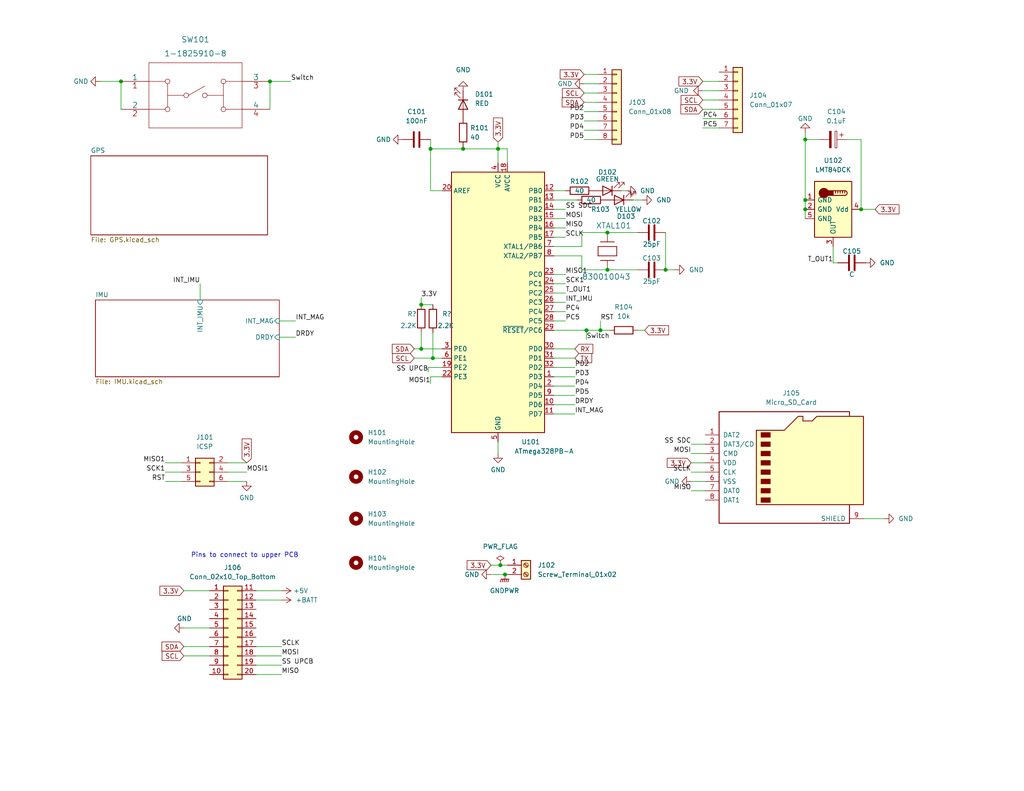
<source format=kicad_sch>
(kicad_sch (version 20211123) (generator eeschema)

  (uuid 108f0afb-c4cc-42b9-a1c0-0a6a97dd616b)

  (paper "USLetter")

  (lib_symbols
    (symbol "8 MHz crystal:830010043" (pin_numbers hide) (pin_names hide) (in_bom yes) (on_board yes)
      (property "Reference" "XTAL" (id 0) (at 5.08 4.445 0)
        (effects (font (size 1.524 1.524)))
      )
      (property "Value" "830010043" (id 1) (at 5.08 -7.62 0)
        (effects (font (size 1.524 1.524)))
      )
      (property "Footprint" "XTAL_010043_WRE" (id 2) (at 5.08 -9.144 0)
        (effects (font (size 1.524 1.524)) hide)
      )
      (property "Datasheet" "" (id 3) (at 0 0 0)
        (effects (font (size 1.524 1.524)))
      )
      (property "ki_locked" "" (id 4) (at 0 0 0)
        (effects (font (size 1.27 1.27)))
      )
      (property "ki_fp_filters" "XTAL_010043_WRE XTAL_010043_WRE-M XTAL_010043_WRE-L" (id 5) (at 0 0 0)
        (effects (font (size 1.27 1.27)) hide)
      )
      (symbol "830010043_1_1"
        (polyline
          (pts
            (xy 2.54 -1.905)
            (xy 2.54 1.905)
          )
          (stroke (width 0.2032) (type default) (color 0 0 0 0))
          (fill (type none))
        )
        (polyline
          (pts
            (xy 3.81 -2.54)
            (xy 3.81 2.54)
          )
          (stroke (width 0.2032) (type default) (color 0 0 0 0))
          (fill (type none))
        )
        (polyline
          (pts
            (xy 3.81 2.54)
            (xy 6.35 2.54)
          )
          (stroke (width 0.2032) (type default) (color 0 0 0 0))
          (fill (type none))
        )
        (polyline
          (pts
            (xy 6.35 -2.54)
            (xy 3.81 -2.54)
          )
          (stroke (width 0.2032) (type default) (color 0 0 0 0))
          (fill (type none))
        )
        (polyline
          (pts
            (xy 6.35 2.54)
            (xy 6.35 -2.54)
          )
          (stroke (width 0.2032) (type default) (color 0 0 0 0))
          (fill (type none))
        )
        (polyline
          (pts
            (xy 7.62 -1.905)
            (xy 7.62 1.905)
          )
          (stroke (width 0.2032) (type default) (color 0 0 0 0))
          (fill (type none))
        )
        (pin unspecified line (at 0 0 0) (length 2.54)
          (name "1" (effects (font (size 1.4986 1.4986))))
          (number "1" (effects (font (size 1.4986 1.4986))))
        )
        (pin unspecified line (at 10.16 0 180) (length 2.54)
          (name "2" (effects (font (size 1.4986 1.4986))))
          (number "2" (effects (font (size 1.4986 1.4986))))
        )
      )
    )
    (symbol "Connector:Micro_SD_Card" (pin_names (offset 1.016)) (in_bom yes) (on_board yes)
      (property "Reference" "J" (id 0) (at -16.51 15.24 0)
        (effects (font (size 1.27 1.27)))
      )
      (property "Value" "Micro_SD_Card" (id 1) (at 16.51 15.24 0)
        (effects (font (size 1.27 1.27)) (justify right))
      )
      (property "Footprint" "" (id 2) (at 29.21 7.62 0)
        (effects (font (size 1.27 1.27)) hide)
      )
      (property "Datasheet" "http://katalog.we-online.de/em/datasheet/693072010801.pdf" (id 3) (at 0 0 0)
        (effects (font (size 1.27 1.27)) hide)
      )
      (property "ki_keywords" "connector SD microsd" (id 4) (at 0 0 0)
        (effects (font (size 1.27 1.27)) hide)
      )
      (property "ki_description" "Micro SD Card Socket" (id 5) (at 0 0 0)
        (effects (font (size 1.27 1.27)) hide)
      )
      (property "ki_fp_filters" "microSD*" (id 6) (at 0 0 0)
        (effects (font (size 1.27 1.27)) hide)
      )
      (symbol "Micro_SD_Card_0_1"
        (rectangle (start -7.62 -9.525) (end -5.08 -10.795)
          (stroke (width 0) (type default) (color 0 0 0 0))
          (fill (type outline))
        )
        (rectangle (start -7.62 -6.985) (end -5.08 -8.255)
          (stroke (width 0) (type default) (color 0 0 0 0))
          (fill (type outline))
        )
        (rectangle (start -7.62 -4.445) (end -5.08 -5.715)
          (stroke (width 0) (type default) (color 0 0 0 0))
          (fill (type outline))
        )
        (rectangle (start -7.62 -1.905) (end -5.08 -3.175)
          (stroke (width 0) (type default) (color 0 0 0 0))
          (fill (type outline))
        )
        (rectangle (start -7.62 0.635) (end -5.08 -0.635)
          (stroke (width 0) (type default) (color 0 0 0 0))
          (fill (type outline))
        )
        (rectangle (start -7.62 3.175) (end -5.08 1.905)
          (stroke (width 0) (type default) (color 0 0 0 0))
          (fill (type outline))
        )
        (rectangle (start -7.62 5.715) (end -5.08 4.445)
          (stroke (width 0) (type default) (color 0 0 0 0))
          (fill (type outline))
        )
        (rectangle (start -7.62 8.255) (end -5.08 6.985)
          (stroke (width 0) (type default) (color 0 0 0 0))
          (fill (type outline))
        )
        (polyline
          (pts
            (xy 16.51 12.7)
            (xy 16.51 13.97)
            (xy -19.05 13.97)
            (xy -19.05 -16.51)
            (xy 16.51 -16.51)
            (xy 16.51 -11.43)
          )
          (stroke (width 0.254) (type default) (color 0 0 0 0))
          (fill (type none))
        )
        (polyline
          (pts
            (xy -8.89 -11.43)
            (xy -8.89 8.89)
            (xy -1.27 8.89)
            (xy 2.54 12.7)
            (xy 3.81 12.7)
            (xy 3.81 11.43)
            (xy 6.35 11.43)
            (xy 7.62 12.7)
            (xy 20.32 12.7)
            (xy 20.32 -11.43)
            (xy -8.89 -11.43)
          )
          (stroke (width 0.254) (type default) (color 0 0 0 0))
          (fill (type background))
        )
      )
      (symbol "Micro_SD_Card_1_1"
        (pin bidirectional line (at -22.86 7.62 0) (length 3.81)
          (name "DAT2" (effects (font (size 1.27 1.27))))
          (number "1" (effects (font (size 1.27 1.27))))
        )
        (pin bidirectional line (at -22.86 5.08 0) (length 3.81)
          (name "DAT3/CD" (effects (font (size 1.27 1.27))))
          (number "2" (effects (font (size 1.27 1.27))))
        )
        (pin input line (at -22.86 2.54 0) (length 3.81)
          (name "CMD" (effects (font (size 1.27 1.27))))
          (number "3" (effects (font (size 1.27 1.27))))
        )
        (pin power_in line (at -22.86 0 0) (length 3.81)
          (name "VDD" (effects (font (size 1.27 1.27))))
          (number "4" (effects (font (size 1.27 1.27))))
        )
        (pin input line (at -22.86 -2.54 0) (length 3.81)
          (name "CLK" (effects (font (size 1.27 1.27))))
          (number "5" (effects (font (size 1.27 1.27))))
        )
        (pin power_in line (at -22.86 -5.08 0) (length 3.81)
          (name "VSS" (effects (font (size 1.27 1.27))))
          (number "6" (effects (font (size 1.27 1.27))))
        )
        (pin bidirectional line (at -22.86 -7.62 0) (length 3.81)
          (name "DAT0" (effects (font (size 1.27 1.27))))
          (number "7" (effects (font (size 1.27 1.27))))
        )
        (pin bidirectional line (at -22.86 -10.16 0) (length 3.81)
          (name "DAT1" (effects (font (size 1.27 1.27))))
          (number "8" (effects (font (size 1.27 1.27))))
        )
        (pin passive line (at 20.32 -15.24 180) (length 3.81)
          (name "SHIELD" (effects (font (size 1.27 1.27))))
          (number "9" (effects (font (size 1.27 1.27))))
        )
      )
    )
    (symbol "Connector:Screw_Terminal_01x02" (pin_names (offset 1.016) hide) (in_bom yes) (on_board yes)
      (property "Reference" "J" (id 0) (at 0 2.54 0)
        (effects (font (size 1.27 1.27)))
      )
      (property "Value" "Screw_Terminal_01x02" (id 1) (at 0 -5.08 0)
        (effects (font (size 1.27 1.27)))
      )
      (property "Footprint" "" (id 2) (at 0 0 0)
        (effects (font (size 1.27 1.27)) hide)
      )
      (property "Datasheet" "~" (id 3) (at 0 0 0)
        (effects (font (size 1.27 1.27)) hide)
      )
      (property "ki_keywords" "screw terminal" (id 4) (at 0 0 0)
        (effects (font (size 1.27 1.27)) hide)
      )
      (property "ki_description" "Generic screw terminal, single row, 01x02, script generated (kicad-library-utils/schlib/autogen/connector/)" (id 5) (at 0 0 0)
        (effects (font (size 1.27 1.27)) hide)
      )
      (property "ki_fp_filters" "TerminalBlock*:*" (id 6) (at 0 0 0)
        (effects (font (size 1.27 1.27)) hide)
      )
      (symbol "Screw_Terminal_01x02_1_1"
        (rectangle (start -1.27 1.27) (end 1.27 -3.81)
          (stroke (width 0.254) (type default) (color 0 0 0 0))
          (fill (type background))
        )
        (circle (center 0 -2.54) (radius 0.635)
          (stroke (width 0.1524) (type default) (color 0 0 0 0))
          (fill (type none))
        )
        (polyline
          (pts
            (xy -0.5334 -2.2098)
            (xy 0.3302 -3.048)
          )
          (stroke (width 0.1524) (type default) (color 0 0 0 0))
          (fill (type none))
        )
        (polyline
          (pts
            (xy -0.5334 0.3302)
            (xy 0.3302 -0.508)
          )
          (stroke (width 0.1524) (type default) (color 0 0 0 0))
          (fill (type none))
        )
        (polyline
          (pts
            (xy -0.3556 -2.032)
            (xy 0.508 -2.8702)
          )
          (stroke (width 0.1524) (type default) (color 0 0 0 0))
          (fill (type none))
        )
        (polyline
          (pts
            (xy -0.3556 0.508)
            (xy 0.508 -0.3302)
          )
          (stroke (width 0.1524) (type default) (color 0 0 0 0))
          (fill (type none))
        )
        (circle (center 0 0) (radius 0.635)
          (stroke (width 0.1524) (type default) (color 0 0 0 0))
          (fill (type none))
        )
        (pin passive line (at -5.08 0 0) (length 3.81)
          (name "Pin_1" (effects (font (size 1.27 1.27))))
          (number "1" (effects (font (size 1.27 1.27))))
        )
        (pin passive line (at -5.08 -2.54 0) (length 3.81)
          (name "Pin_2" (effects (font (size 1.27 1.27))))
          (number "2" (effects (font (size 1.27 1.27))))
        )
      )
    )
    (symbol "Connector_Generic:Conn_01x07" (pin_names (offset 1.016) hide) (in_bom yes) (on_board yes)
      (property "Reference" "J" (id 0) (at 0 10.16 0)
        (effects (font (size 1.27 1.27)))
      )
      (property "Value" "Conn_01x07" (id 1) (at 0 -10.16 0)
        (effects (font (size 1.27 1.27)))
      )
      (property "Footprint" "" (id 2) (at 0 0 0)
        (effects (font (size 1.27 1.27)) hide)
      )
      (property "Datasheet" "~" (id 3) (at 0 0 0)
        (effects (font (size 1.27 1.27)) hide)
      )
      (property "ki_keywords" "connector" (id 4) (at 0 0 0)
        (effects (font (size 1.27 1.27)) hide)
      )
      (property "ki_description" "Generic connector, single row, 01x07, script generated (kicad-library-utils/schlib/autogen/connector/)" (id 5) (at 0 0 0)
        (effects (font (size 1.27 1.27)) hide)
      )
      (property "ki_fp_filters" "Connector*:*_1x??_*" (id 6) (at 0 0 0)
        (effects (font (size 1.27 1.27)) hide)
      )
      (symbol "Conn_01x07_1_1"
        (rectangle (start -1.27 -7.493) (end 0 -7.747)
          (stroke (width 0.1524) (type default) (color 0 0 0 0))
          (fill (type none))
        )
        (rectangle (start -1.27 -4.953) (end 0 -5.207)
          (stroke (width 0.1524) (type default) (color 0 0 0 0))
          (fill (type none))
        )
        (rectangle (start -1.27 -2.413) (end 0 -2.667)
          (stroke (width 0.1524) (type default) (color 0 0 0 0))
          (fill (type none))
        )
        (rectangle (start -1.27 0.127) (end 0 -0.127)
          (stroke (width 0.1524) (type default) (color 0 0 0 0))
          (fill (type none))
        )
        (rectangle (start -1.27 2.667) (end 0 2.413)
          (stroke (width 0.1524) (type default) (color 0 0 0 0))
          (fill (type none))
        )
        (rectangle (start -1.27 5.207) (end 0 4.953)
          (stroke (width 0.1524) (type default) (color 0 0 0 0))
          (fill (type none))
        )
        (rectangle (start -1.27 7.747) (end 0 7.493)
          (stroke (width 0.1524) (type default) (color 0 0 0 0))
          (fill (type none))
        )
        (rectangle (start -1.27 8.89) (end 1.27 -8.89)
          (stroke (width 0.254) (type default) (color 0 0 0 0))
          (fill (type background))
        )
        (pin passive line (at -5.08 7.62 0) (length 3.81)
          (name "Pin_1" (effects (font (size 1.27 1.27))))
          (number "1" (effects (font (size 1.27 1.27))))
        )
        (pin passive line (at -5.08 5.08 0) (length 3.81)
          (name "Pin_2" (effects (font (size 1.27 1.27))))
          (number "2" (effects (font (size 1.27 1.27))))
        )
        (pin passive line (at -5.08 2.54 0) (length 3.81)
          (name "Pin_3" (effects (font (size 1.27 1.27))))
          (number "3" (effects (font (size 1.27 1.27))))
        )
        (pin passive line (at -5.08 0 0) (length 3.81)
          (name "Pin_4" (effects (font (size 1.27 1.27))))
          (number "4" (effects (font (size 1.27 1.27))))
        )
        (pin passive line (at -5.08 -2.54 0) (length 3.81)
          (name "Pin_5" (effects (font (size 1.27 1.27))))
          (number "5" (effects (font (size 1.27 1.27))))
        )
        (pin passive line (at -5.08 -5.08 0) (length 3.81)
          (name "Pin_6" (effects (font (size 1.27 1.27))))
          (number "6" (effects (font (size 1.27 1.27))))
        )
        (pin passive line (at -5.08 -7.62 0) (length 3.81)
          (name "Pin_7" (effects (font (size 1.27 1.27))))
          (number "7" (effects (font (size 1.27 1.27))))
        )
      )
    )
    (symbol "Connector_Generic:Conn_01x08" (pin_names (offset 1.016) hide) (in_bom yes) (on_board yes)
      (property "Reference" "J" (id 0) (at 0 10.16 0)
        (effects (font (size 1.27 1.27)))
      )
      (property "Value" "Conn_01x08" (id 1) (at 0 -12.7 0)
        (effects (font (size 1.27 1.27)))
      )
      (property "Footprint" "" (id 2) (at 0 0 0)
        (effects (font (size 1.27 1.27)) hide)
      )
      (property "Datasheet" "~" (id 3) (at 0 0 0)
        (effects (font (size 1.27 1.27)) hide)
      )
      (property "ki_keywords" "connector" (id 4) (at 0 0 0)
        (effects (font (size 1.27 1.27)) hide)
      )
      (property "ki_description" "Generic connector, single row, 01x08, script generated (kicad-library-utils/schlib/autogen/connector/)" (id 5) (at 0 0 0)
        (effects (font (size 1.27 1.27)) hide)
      )
      (property "ki_fp_filters" "Connector*:*_1x??_*" (id 6) (at 0 0 0)
        (effects (font (size 1.27 1.27)) hide)
      )
      (symbol "Conn_01x08_1_1"
        (rectangle (start -1.27 -10.033) (end 0 -10.287)
          (stroke (width 0.1524) (type default) (color 0 0 0 0))
          (fill (type none))
        )
        (rectangle (start -1.27 -7.493) (end 0 -7.747)
          (stroke (width 0.1524) (type default) (color 0 0 0 0))
          (fill (type none))
        )
        (rectangle (start -1.27 -4.953) (end 0 -5.207)
          (stroke (width 0.1524) (type default) (color 0 0 0 0))
          (fill (type none))
        )
        (rectangle (start -1.27 -2.413) (end 0 -2.667)
          (stroke (width 0.1524) (type default) (color 0 0 0 0))
          (fill (type none))
        )
        (rectangle (start -1.27 0.127) (end 0 -0.127)
          (stroke (width 0.1524) (type default) (color 0 0 0 0))
          (fill (type none))
        )
        (rectangle (start -1.27 2.667) (end 0 2.413)
          (stroke (width 0.1524) (type default) (color 0 0 0 0))
          (fill (type none))
        )
        (rectangle (start -1.27 5.207) (end 0 4.953)
          (stroke (width 0.1524) (type default) (color 0 0 0 0))
          (fill (type none))
        )
        (rectangle (start -1.27 7.747) (end 0 7.493)
          (stroke (width 0.1524) (type default) (color 0 0 0 0))
          (fill (type none))
        )
        (rectangle (start -1.27 8.89) (end 1.27 -11.43)
          (stroke (width 0.254) (type default) (color 0 0 0 0))
          (fill (type background))
        )
        (pin passive line (at -5.08 7.62 0) (length 3.81)
          (name "Pin_1" (effects (font (size 1.27 1.27))))
          (number "1" (effects (font (size 1.27 1.27))))
        )
        (pin passive line (at -5.08 5.08 0) (length 3.81)
          (name "Pin_2" (effects (font (size 1.27 1.27))))
          (number "2" (effects (font (size 1.27 1.27))))
        )
        (pin passive line (at -5.08 2.54 0) (length 3.81)
          (name "Pin_3" (effects (font (size 1.27 1.27))))
          (number "3" (effects (font (size 1.27 1.27))))
        )
        (pin passive line (at -5.08 0 0) (length 3.81)
          (name "Pin_4" (effects (font (size 1.27 1.27))))
          (number "4" (effects (font (size 1.27 1.27))))
        )
        (pin passive line (at -5.08 -2.54 0) (length 3.81)
          (name "Pin_5" (effects (font (size 1.27 1.27))))
          (number "5" (effects (font (size 1.27 1.27))))
        )
        (pin passive line (at -5.08 -5.08 0) (length 3.81)
          (name "Pin_6" (effects (font (size 1.27 1.27))))
          (number "6" (effects (font (size 1.27 1.27))))
        )
        (pin passive line (at -5.08 -7.62 0) (length 3.81)
          (name "Pin_7" (effects (font (size 1.27 1.27))))
          (number "7" (effects (font (size 1.27 1.27))))
        )
        (pin passive line (at -5.08 -10.16 0) (length 3.81)
          (name "Pin_8" (effects (font (size 1.27 1.27))))
          (number "8" (effects (font (size 1.27 1.27))))
        )
      )
    )
    (symbol "Connector_Generic:Conn_02x03_Odd_Even" (pin_names (offset 1.016) hide) (in_bom yes) (on_board yes)
      (property "Reference" "J" (id 0) (at 1.27 5.08 0)
        (effects (font (size 1.27 1.27)))
      )
      (property "Value" "Conn_02x03_Odd_Even" (id 1) (at 1.27 -5.08 0)
        (effects (font (size 1.27 1.27)))
      )
      (property "Footprint" "" (id 2) (at 0 0 0)
        (effects (font (size 1.27 1.27)) hide)
      )
      (property "Datasheet" "~" (id 3) (at 0 0 0)
        (effects (font (size 1.27 1.27)) hide)
      )
      (property "ki_keywords" "connector" (id 4) (at 0 0 0)
        (effects (font (size 1.27 1.27)) hide)
      )
      (property "ki_description" "Generic connector, double row, 02x03, odd/even pin numbering scheme (row 1 odd numbers, row 2 even numbers), script generated (kicad-library-utils/schlib/autogen/connector/)" (id 5) (at 0 0 0)
        (effects (font (size 1.27 1.27)) hide)
      )
      (property "ki_fp_filters" "Connector*:*_2x??_*" (id 6) (at 0 0 0)
        (effects (font (size 1.27 1.27)) hide)
      )
      (symbol "Conn_02x03_Odd_Even_1_1"
        (rectangle (start -1.27 -2.413) (end 0 -2.667)
          (stroke (width 0.1524) (type default) (color 0 0 0 0))
          (fill (type none))
        )
        (rectangle (start -1.27 0.127) (end 0 -0.127)
          (stroke (width 0.1524) (type default) (color 0 0 0 0))
          (fill (type none))
        )
        (rectangle (start -1.27 2.667) (end 0 2.413)
          (stroke (width 0.1524) (type default) (color 0 0 0 0))
          (fill (type none))
        )
        (rectangle (start -1.27 3.81) (end 3.81 -3.81)
          (stroke (width 0.254) (type default) (color 0 0 0 0))
          (fill (type background))
        )
        (rectangle (start 3.81 -2.413) (end 2.54 -2.667)
          (stroke (width 0.1524) (type default) (color 0 0 0 0))
          (fill (type none))
        )
        (rectangle (start 3.81 0.127) (end 2.54 -0.127)
          (stroke (width 0.1524) (type default) (color 0 0 0 0))
          (fill (type none))
        )
        (rectangle (start 3.81 2.667) (end 2.54 2.413)
          (stroke (width 0.1524) (type default) (color 0 0 0 0))
          (fill (type none))
        )
        (pin passive line (at -5.08 2.54 0) (length 3.81)
          (name "Pin_1" (effects (font (size 1.27 1.27))))
          (number "1" (effects (font (size 1.27 1.27))))
        )
        (pin passive line (at 7.62 2.54 180) (length 3.81)
          (name "Pin_2" (effects (font (size 1.27 1.27))))
          (number "2" (effects (font (size 1.27 1.27))))
        )
        (pin passive line (at -5.08 0 0) (length 3.81)
          (name "Pin_3" (effects (font (size 1.27 1.27))))
          (number "3" (effects (font (size 1.27 1.27))))
        )
        (pin passive line (at 7.62 0 180) (length 3.81)
          (name "Pin_4" (effects (font (size 1.27 1.27))))
          (number "4" (effects (font (size 1.27 1.27))))
        )
        (pin passive line (at -5.08 -2.54 0) (length 3.81)
          (name "Pin_5" (effects (font (size 1.27 1.27))))
          (number "5" (effects (font (size 1.27 1.27))))
        )
        (pin passive line (at 7.62 -2.54 180) (length 3.81)
          (name "Pin_6" (effects (font (size 1.27 1.27))))
          (number "6" (effects (font (size 1.27 1.27))))
        )
      )
    )
    (symbol "Connector_Generic:Conn_02x10_Top_Bottom" (pin_names (offset 1.016) hide) (in_bom yes) (on_board yes)
      (property "Reference" "J" (id 0) (at 1.27 12.7 0)
        (effects (font (size 1.27 1.27)))
      )
      (property "Value" "Conn_02x10_Top_Bottom" (id 1) (at 1.27 -15.24 0)
        (effects (font (size 1.27 1.27)))
      )
      (property "Footprint" "" (id 2) (at 0 0 0)
        (effects (font (size 1.27 1.27)) hide)
      )
      (property "Datasheet" "~" (id 3) (at 0 0 0)
        (effects (font (size 1.27 1.27)) hide)
      )
      (property "ki_keywords" "connector" (id 4) (at 0 0 0)
        (effects (font (size 1.27 1.27)) hide)
      )
      (property "ki_description" "Generic connector, double row, 02x10, top/bottom pin numbering scheme (row 1: 1...pins_per_row, row2: pins_per_row+1 ... num_pins), script generated (kicad-library-utils/schlib/autogen/connector/)" (id 5) (at 0 0 0)
        (effects (font (size 1.27 1.27)) hide)
      )
      (property "ki_fp_filters" "Connector*:*_2x??_*" (id 6) (at 0 0 0)
        (effects (font (size 1.27 1.27)) hide)
      )
      (symbol "Conn_02x10_Top_Bottom_1_1"
        (rectangle (start -1.27 -12.573) (end 0 -12.827)
          (stroke (width 0.1524) (type default) (color 0 0 0 0))
          (fill (type none))
        )
        (rectangle (start -1.27 -10.033) (end 0 -10.287)
          (stroke (width 0.1524) (type default) (color 0 0 0 0))
          (fill (type none))
        )
        (rectangle (start -1.27 -7.493) (end 0 -7.747)
          (stroke (width 0.1524) (type default) (color 0 0 0 0))
          (fill (type none))
        )
        (rectangle (start -1.27 -4.953) (end 0 -5.207)
          (stroke (width 0.1524) (type default) (color 0 0 0 0))
          (fill (type none))
        )
        (rectangle (start -1.27 -2.413) (end 0 -2.667)
          (stroke (width 0.1524) (type default) (color 0 0 0 0))
          (fill (type none))
        )
        (rectangle (start -1.27 0.127) (end 0 -0.127)
          (stroke (width 0.1524) (type default) (color 0 0 0 0))
          (fill (type none))
        )
        (rectangle (start -1.27 2.667) (end 0 2.413)
          (stroke (width 0.1524) (type default) (color 0 0 0 0))
          (fill (type none))
        )
        (rectangle (start -1.27 5.207) (end 0 4.953)
          (stroke (width 0.1524) (type default) (color 0 0 0 0))
          (fill (type none))
        )
        (rectangle (start -1.27 7.747) (end 0 7.493)
          (stroke (width 0.1524) (type default) (color 0 0 0 0))
          (fill (type none))
        )
        (rectangle (start -1.27 10.287) (end 0 10.033)
          (stroke (width 0.1524) (type default) (color 0 0 0 0))
          (fill (type none))
        )
        (rectangle (start -1.27 11.43) (end 3.81 -13.97)
          (stroke (width 0.254) (type default) (color 0 0 0 0))
          (fill (type background))
        )
        (rectangle (start 3.81 -12.573) (end 2.54 -12.827)
          (stroke (width 0.1524) (type default) (color 0 0 0 0))
          (fill (type none))
        )
        (rectangle (start 3.81 -10.033) (end 2.54 -10.287)
          (stroke (width 0.1524) (type default) (color 0 0 0 0))
          (fill (type none))
        )
        (rectangle (start 3.81 -7.493) (end 2.54 -7.747)
          (stroke (width 0.1524) (type default) (color 0 0 0 0))
          (fill (type none))
        )
        (rectangle (start 3.81 -4.953) (end 2.54 -5.207)
          (stroke (width 0.1524) (type default) (color 0 0 0 0))
          (fill (type none))
        )
        (rectangle (start 3.81 -2.413) (end 2.54 -2.667)
          (stroke (width 0.1524) (type default) (color 0 0 0 0))
          (fill (type none))
        )
        (rectangle (start 3.81 0.127) (end 2.54 -0.127)
          (stroke (width 0.1524) (type default) (color 0 0 0 0))
          (fill (type none))
        )
        (rectangle (start 3.81 2.667) (end 2.54 2.413)
          (stroke (width 0.1524) (type default) (color 0 0 0 0))
          (fill (type none))
        )
        (rectangle (start 3.81 5.207) (end 2.54 4.953)
          (stroke (width 0.1524) (type default) (color 0 0 0 0))
          (fill (type none))
        )
        (rectangle (start 3.81 7.747) (end 2.54 7.493)
          (stroke (width 0.1524) (type default) (color 0 0 0 0))
          (fill (type none))
        )
        (rectangle (start 3.81 10.287) (end 2.54 10.033)
          (stroke (width 0.1524) (type default) (color 0 0 0 0))
          (fill (type none))
        )
        (pin passive line (at -5.08 10.16 0) (length 3.81)
          (name "Pin_1" (effects (font (size 1.27 1.27))))
          (number "1" (effects (font (size 1.27 1.27))))
        )
        (pin passive line (at -5.08 -12.7 0) (length 3.81)
          (name "Pin_10" (effects (font (size 1.27 1.27))))
          (number "10" (effects (font (size 1.27 1.27))))
        )
        (pin passive line (at 7.62 10.16 180) (length 3.81)
          (name "Pin_11" (effects (font (size 1.27 1.27))))
          (number "11" (effects (font (size 1.27 1.27))))
        )
        (pin passive line (at 7.62 7.62 180) (length 3.81)
          (name "Pin_12" (effects (font (size 1.27 1.27))))
          (number "12" (effects (font (size 1.27 1.27))))
        )
        (pin passive line (at 7.62 5.08 180) (length 3.81)
          (name "Pin_13" (effects (font (size 1.27 1.27))))
          (number "13" (effects (font (size 1.27 1.27))))
        )
        (pin passive line (at 7.62 2.54 180) (length 3.81)
          (name "Pin_14" (effects (font (size 1.27 1.27))))
          (number "14" (effects (font (size 1.27 1.27))))
        )
        (pin passive line (at 7.62 0 180) (length 3.81)
          (name "Pin_15" (effects (font (size 1.27 1.27))))
          (number "15" (effects (font (size 1.27 1.27))))
        )
        (pin passive line (at 7.62 -2.54 180) (length 3.81)
          (name "Pin_16" (effects (font (size 1.27 1.27))))
          (number "16" (effects (font (size 1.27 1.27))))
        )
        (pin passive line (at 7.62 -5.08 180) (length 3.81)
          (name "Pin_17" (effects (font (size 1.27 1.27))))
          (number "17" (effects (font (size 1.27 1.27))))
        )
        (pin passive line (at 7.62 -7.62 180) (length 3.81)
          (name "Pin_18" (effects (font (size 1.27 1.27))))
          (number "18" (effects (font (size 1.27 1.27))))
        )
        (pin passive line (at 7.62 -10.16 180) (length 3.81)
          (name "Pin_19" (effects (font (size 1.27 1.27))))
          (number "19" (effects (font (size 1.27 1.27))))
        )
        (pin passive line (at -5.08 7.62 0) (length 3.81)
          (name "Pin_2" (effects (font (size 1.27 1.27))))
          (number "2" (effects (font (size 1.27 1.27))))
        )
        (pin passive line (at 7.62 -12.7 180) (length 3.81)
          (name "Pin_20" (effects (font (size 1.27 1.27))))
          (number "20" (effects (font (size 1.27 1.27))))
        )
        (pin passive line (at -5.08 5.08 0) (length 3.81)
          (name "Pin_3" (effects (font (size 1.27 1.27))))
          (number "3" (effects (font (size 1.27 1.27))))
        )
        (pin passive line (at -5.08 2.54 0) (length 3.81)
          (name "Pin_4" (effects (font (size 1.27 1.27))))
          (number "4" (effects (font (size 1.27 1.27))))
        )
        (pin passive line (at -5.08 0 0) (length 3.81)
          (name "Pin_5" (effects (font (size 1.27 1.27))))
          (number "5" (effects (font (size 1.27 1.27))))
        )
        (pin passive line (at -5.08 -2.54 0) (length 3.81)
          (name "Pin_6" (effects (font (size 1.27 1.27))))
          (number "6" (effects (font (size 1.27 1.27))))
        )
        (pin passive line (at -5.08 -5.08 0) (length 3.81)
          (name "Pin_7" (effects (font (size 1.27 1.27))))
          (number "7" (effects (font (size 1.27 1.27))))
        )
        (pin passive line (at -5.08 -7.62 0) (length 3.81)
          (name "Pin_8" (effects (font (size 1.27 1.27))))
          (number "8" (effects (font (size 1.27 1.27))))
        )
        (pin passive line (at -5.08 -10.16 0) (length 3.81)
          (name "Pin_9" (effects (font (size 1.27 1.27))))
          (number "9" (effects (font (size 1.27 1.27))))
        )
      )
    )
    (symbol "Device:C" (pin_numbers hide) (pin_names (offset 0.254)) (in_bom yes) (on_board yes)
      (property "Reference" "C" (id 0) (at 0.635 2.54 0)
        (effects (font (size 1.27 1.27)) (justify left))
      )
      (property "Value" "C" (id 1) (at 0.635 -2.54 0)
        (effects (font (size 1.27 1.27)) (justify left))
      )
      (property "Footprint" "" (id 2) (at 0.9652 -3.81 0)
        (effects (font (size 1.27 1.27)) hide)
      )
      (property "Datasheet" "~" (id 3) (at 0 0 0)
        (effects (font (size 1.27 1.27)) hide)
      )
      (property "ki_keywords" "cap capacitor" (id 4) (at 0 0 0)
        (effects (font (size 1.27 1.27)) hide)
      )
      (property "ki_description" "Unpolarized capacitor" (id 5) (at 0 0 0)
        (effects (font (size 1.27 1.27)) hide)
      )
      (property "ki_fp_filters" "C_*" (id 6) (at 0 0 0)
        (effects (font (size 1.27 1.27)) hide)
      )
      (symbol "C_0_1"
        (polyline
          (pts
            (xy -2.032 -0.762)
            (xy 2.032 -0.762)
          )
          (stroke (width 0.508) (type default) (color 0 0 0 0))
          (fill (type none))
        )
        (polyline
          (pts
            (xy -2.032 0.762)
            (xy 2.032 0.762)
          )
          (stroke (width 0.508) (type default) (color 0 0 0 0))
          (fill (type none))
        )
      )
      (symbol "C_1_1"
        (pin passive line (at 0 3.81 270) (length 2.794)
          (name "~" (effects (font (size 1.27 1.27))))
          (number "1" (effects (font (size 1.27 1.27))))
        )
        (pin passive line (at 0 -3.81 90) (length 2.794)
          (name "~" (effects (font (size 1.27 1.27))))
          (number "2" (effects (font (size 1.27 1.27))))
        )
      )
    )
    (symbol "Device:C_Polarized" (pin_numbers hide) (pin_names (offset 0.254)) (in_bom yes) (on_board yes)
      (property "Reference" "C" (id 0) (at 0.635 2.54 0)
        (effects (font (size 1.27 1.27)) (justify left))
      )
      (property "Value" "C_Polarized" (id 1) (at 0.635 -2.54 0)
        (effects (font (size 1.27 1.27)) (justify left))
      )
      (property "Footprint" "" (id 2) (at 0.9652 -3.81 0)
        (effects (font (size 1.27 1.27)) hide)
      )
      (property "Datasheet" "~" (id 3) (at 0 0 0)
        (effects (font (size 1.27 1.27)) hide)
      )
      (property "ki_keywords" "cap capacitor" (id 4) (at 0 0 0)
        (effects (font (size 1.27 1.27)) hide)
      )
      (property "ki_description" "Polarized capacitor" (id 5) (at 0 0 0)
        (effects (font (size 1.27 1.27)) hide)
      )
      (property "ki_fp_filters" "CP_*" (id 6) (at 0 0 0)
        (effects (font (size 1.27 1.27)) hide)
      )
      (symbol "C_Polarized_0_1"
        (rectangle (start -2.286 0.508) (end 2.286 1.016)
          (stroke (width 0) (type default) (color 0 0 0 0))
          (fill (type none))
        )
        (polyline
          (pts
            (xy -1.778 2.286)
            (xy -0.762 2.286)
          )
          (stroke (width 0) (type default) (color 0 0 0 0))
          (fill (type none))
        )
        (polyline
          (pts
            (xy -1.27 2.794)
            (xy -1.27 1.778)
          )
          (stroke (width 0) (type default) (color 0 0 0 0))
          (fill (type none))
        )
        (rectangle (start 2.286 -0.508) (end -2.286 -1.016)
          (stroke (width 0) (type default) (color 0 0 0 0))
          (fill (type outline))
        )
      )
      (symbol "C_Polarized_1_1"
        (pin passive line (at 0 3.81 270) (length 2.794)
          (name "~" (effects (font (size 1.27 1.27))))
          (number "1" (effects (font (size 1.27 1.27))))
        )
        (pin passive line (at 0 -3.81 90) (length 2.794)
          (name "~" (effects (font (size 1.27 1.27))))
          (number "2" (effects (font (size 1.27 1.27))))
        )
      )
    )
    (symbol "Device:LED" (pin_numbers hide) (pin_names (offset 1.016) hide) (in_bom yes) (on_board yes)
      (property "Reference" "D" (id 0) (at 0 2.54 0)
        (effects (font (size 1.27 1.27)))
      )
      (property "Value" "LED" (id 1) (at 0 -2.54 0)
        (effects (font (size 1.27 1.27)))
      )
      (property "Footprint" "" (id 2) (at 0 0 0)
        (effects (font (size 1.27 1.27)) hide)
      )
      (property "Datasheet" "~" (id 3) (at 0 0 0)
        (effects (font (size 1.27 1.27)) hide)
      )
      (property "ki_keywords" "LED diode" (id 4) (at 0 0 0)
        (effects (font (size 1.27 1.27)) hide)
      )
      (property "ki_description" "Light emitting diode" (id 5) (at 0 0 0)
        (effects (font (size 1.27 1.27)) hide)
      )
      (property "ki_fp_filters" "LED* LED_SMD:* LED_THT:*" (id 6) (at 0 0 0)
        (effects (font (size 1.27 1.27)) hide)
      )
      (symbol "LED_0_1"
        (polyline
          (pts
            (xy -1.27 -1.27)
            (xy -1.27 1.27)
          )
          (stroke (width 0.254) (type default) (color 0 0 0 0))
          (fill (type none))
        )
        (polyline
          (pts
            (xy -1.27 0)
            (xy 1.27 0)
          )
          (stroke (width 0) (type default) (color 0 0 0 0))
          (fill (type none))
        )
        (polyline
          (pts
            (xy 1.27 -1.27)
            (xy 1.27 1.27)
            (xy -1.27 0)
            (xy 1.27 -1.27)
          )
          (stroke (width 0.254) (type default) (color 0 0 0 0))
          (fill (type none))
        )
        (polyline
          (pts
            (xy -3.048 -0.762)
            (xy -4.572 -2.286)
            (xy -3.81 -2.286)
            (xy -4.572 -2.286)
            (xy -4.572 -1.524)
          )
          (stroke (width 0) (type default) (color 0 0 0 0))
          (fill (type none))
        )
        (polyline
          (pts
            (xy -1.778 -0.762)
            (xy -3.302 -2.286)
            (xy -2.54 -2.286)
            (xy -3.302 -2.286)
            (xy -3.302 -1.524)
          )
          (stroke (width 0) (type default) (color 0 0 0 0))
          (fill (type none))
        )
      )
      (symbol "LED_1_1"
        (pin passive line (at -3.81 0 0) (length 2.54)
          (name "K" (effects (font (size 1.27 1.27))))
          (number "1" (effects (font (size 1.27 1.27))))
        )
        (pin passive line (at 3.81 0 180) (length 2.54)
          (name "A" (effects (font (size 1.27 1.27))))
          (number "2" (effects (font (size 1.27 1.27))))
        )
      )
    )
    (symbol "Device:R" (pin_numbers hide) (pin_names (offset 0)) (in_bom yes) (on_board yes)
      (property "Reference" "R" (id 0) (at 2.032 0 90)
        (effects (font (size 1.27 1.27)))
      )
      (property "Value" "R" (id 1) (at 0 0 90)
        (effects (font (size 1.27 1.27)))
      )
      (property "Footprint" "" (id 2) (at -1.778 0 90)
        (effects (font (size 1.27 1.27)) hide)
      )
      (property "Datasheet" "~" (id 3) (at 0 0 0)
        (effects (font (size 1.27 1.27)) hide)
      )
      (property "ki_keywords" "R res resistor" (id 4) (at 0 0 0)
        (effects (font (size 1.27 1.27)) hide)
      )
      (property "ki_description" "Resistor" (id 5) (at 0 0 0)
        (effects (font (size 1.27 1.27)) hide)
      )
      (property "ki_fp_filters" "R_*" (id 6) (at 0 0 0)
        (effects (font (size 1.27 1.27)) hide)
      )
      (symbol "R_0_1"
        (rectangle (start -1.016 -2.54) (end 1.016 2.54)
          (stroke (width 0.254) (type default) (color 0 0 0 0))
          (fill (type none))
        )
      )
      (symbol "R_1_1"
        (pin passive line (at 0 3.81 270) (length 1.27)
          (name "~" (effects (font (size 1.27 1.27))))
          (number "1" (effects (font (size 1.27 1.27))))
        )
        (pin passive line (at 0 -3.81 90) (length 1.27)
          (name "~" (effects (font (size 1.27 1.27))))
          (number "2" (effects (font (size 1.27 1.27))))
        )
      )
    )
    (symbol "MCU_Microchip_ATmega:ATmega328PB-A" (in_bom yes) (on_board yes)
      (property "Reference" "U" (id 0) (at -12.7 36.83 0)
        (effects (font (size 1.27 1.27)) (justify left bottom))
      )
      (property "Value" "ATmega328PB-A" (id 1) (at 2.54 -36.83 0)
        (effects (font (size 1.27 1.27)) (justify left top))
      )
      (property "Footprint" "Package_QFP:TQFP-32_7x7mm_P0.8mm" (id 2) (at 0 0 0)
        (effects (font (size 1.27 1.27) italic) hide)
      )
      (property "Datasheet" "http://ww1.microchip.com/downloads/en/DeviceDoc/40001906C.pdf" (id 3) (at 0 0 0)
        (effects (font (size 1.27 1.27)) hide)
      )
      (property "ki_keywords" "AVR 8bit Microcontroller MegaAVR" (id 4) (at 0 0 0)
        (effects (font (size 1.27 1.27)) hide)
      )
      (property "ki_description" "20MHz, 32kB Flash, 2kB SRAM, 1kB EEPROM, TQFP-32" (id 5) (at 0 0 0)
        (effects (font (size 1.27 1.27)) hide)
      )
      (property "ki_fp_filters" "TQFP*7x7mm*P0.8mm*" (id 6) (at 0 0 0)
        (effects (font (size 1.27 1.27)) hide)
      )
      (symbol "ATmega328PB-A_0_1"
        (rectangle (start -12.7 -35.56) (end 12.7 35.56)
          (stroke (width 0.254) (type default) (color 0 0 0 0))
          (fill (type background))
        )
      )
      (symbol "ATmega328PB-A_1_1"
        (pin bidirectional line (at 15.24 -20.32 180) (length 2.54)
          (name "PD3" (effects (font (size 1.27 1.27))))
          (number "1" (effects (font (size 1.27 1.27))))
        )
        (pin bidirectional line (at 15.24 -27.94 180) (length 2.54)
          (name "PD6" (effects (font (size 1.27 1.27))))
          (number "10" (effects (font (size 1.27 1.27))))
        )
        (pin bidirectional line (at 15.24 -30.48 180) (length 2.54)
          (name "PD7" (effects (font (size 1.27 1.27))))
          (number "11" (effects (font (size 1.27 1.27))))
        )
        (pin bidirectional line (at 15.24 30.48 180) (length 2.54)
          (name "PB0" (effects (font (size 1.27 1.27))))
          (number "12" (effects (font (size 1.27 1.27))))
        )
        (pin bidirectional line (at 15.24 27.94 180) (length 2.54)
          (name "PB1" (effects (font (size 1.27 1.27))))
          (number "13" (effects (font (size 1.27 1.27))))
        )
        (pin bidirectional line (at 15.24 25.4 180) (length 2.54)
          (name "PB2" (effects (font (size 1.27 1.27))))
          (number "14" (effects (font (size 1.27 1.27))))
        )
        (pin bidirectional line (at 15.24 22.86 180) (length 2.54)
          (name "PB3" (effects (font (size 1.27 1.27))))
          (number "15" (effects (font (size 1.27 1.27))))
        )
        (pin bidirectional line (at 15.24 20.32 180) (length 2.54)
          (name "PB4" (effects (font (size 1.27 1.27))))
          (number "16" (effects (font (size 1.27 1.27))))
        )
        (pin bidirectional line (at 15.24 17.78 180) (length 2.54)
          (name "PB5" (effects (font (size 1.27 1.27))))
          (number "17" (effects (font (size 1.27 1.27))))
        )
        (pin power_in line (at 2.54 38.1 270) (length 2.54)
          (name "AVCC" (effects (font (size 1.27 1.27))))
          (number "18" (effects (font (size 1.27 1.27))))
        )
        (pin bidirectional line (at -15.24 -17.78 0) (length 2.54)
          (name "PE2" (effects (font (size 1.27 1.27))))
          (number "19" (effects (font (size 1.27 1.27))))
        )
        (pin bidirectional line (at 15.24 -22.86 180) (length 2.54)
          (name "PD4" (effects (font (size 1.27 1.27))))
          (number "2" (effects (font (size 1.27 1.27))))
        )
        (pin passive line (at -15.24 30.48 0) (length 2.54)
          (name "AREF" (effects (font (size 1.27 1.27))))
          (number "20" (effects (font (size 1.27 1.27))))
        )
        (pin passive line (at 0 -38.1 90) (length 2.54) hide
          (name "GND" (effects (font (size 1.27 1.27))))
          (number "21" (effects (font (size 1.27 1.27))))
        )
        (pin bidirectional line (at -15.24 -20.32 0) (length 2.54)
          (name "PE3" (effects (font (size 1.27 1.27))))
          (number "22" (effects (font (size 1.27 1.27))))
        )
        (pin bidirectional line (at 15.24 7.62 180) (length 2.54)
          (name "PC0" (effects (font (size 1.27 1.27))))
          (number "23" (effects (font (size 1.27 1.27))))
        )
        (pin bidirectional line (at 15.24 5.08 180) (length 2.54)
          (name "PC1" (effects (font (size 1.27 1.27))))
          (number "24" (effects (font (size 1.27 1.27))))
        )
        (pin bidirectional line (at 15.24 2.54 180) (length 2.54)
          (name "PC2" (effects (font (size 1.27 1.27))))
          (number "25" (effects (font (size 1.27 1.27))))
        )
        (pin bidirectional line (at 15.24 0 180) (length 2.54)
          (name "PC3" (effects (font (size 1.27 1.27))))
          (number "26" (effects (font (size 1.27 1.27))))
        )
        (pin bidirectional line (at 15.24 -2.54 180) (length 2.54)
          (name "PC4" (effects (font (size 1.27 1.27))))
          (number "27" (effects (font (size 1.27 1.27))))
        )
        (pin bidirectional line (at 15.24 -5.08 180) (length 2.54)
          (name "PC5" (effects (font (size 1.27 1.27))))
          (number "28" (effects (font (size 1.27 1.27))))
        )
        (pin bidirectional line (at 15.24 -7.62 180) (length 2.54)
          (name "~{RESET}/PC6" (effects (font (size 1.27 1.27))))
          (number "29" (effects (font (size 1.27 1.27))))
        )
        (pin bidirectional line (at -15.24 -12.7 0) (length 2.54)
          (name "PE0" (effects (font (size 1.27 1.27))))
          (number "3" (effects (font (size 1.27 1.27))))
        )
        (pin bidirectional line (at 15.24 -12.7 180) (length 2.54)
          (name "PD0" (effects (font (size 1.27 1.27))))
          (number "30" (effects (font (size 1.27 1.27))))
        )
        (pin bidirectional line (at 15.24 -15.24 180) (length 2.54)
          (name "PD1" (effects (font (size 1.27 1.27))))
          (number "31" (effects (font (size 1.27 1.27))))
        )
        (pin bidirectional line (at 15.24 -17.78 180) (length 2.54)
          (name "PD2" (effects (font (size 1.27 1.27))))
          (number "32" (effects (font (size 1.27 1.27))))
        )
        (pin power_in line (at 0 38.1 270) (length 2.54)
          (name "VCC" (effects (font (size 1.27 1.27))))
          (number "4" (effects (font (size 1.27 1.27))))
        )
        (pin power_in line (at 0 -38.1 90) (length 2.54)
          (name "GND" (effects (font (size 1.27 1.27))))
          (number "5" (effects (font (size 1.27 1.27))))
        )
        (pin bidirectional line (at -15.24 -15.24 0) (length 2.54)
          (name "PE1" (effects (font (size 1.27 1.27))))
          (number "6" (effects (font (size 1.27 1.27))))
        )
        (pin bidirectional line (at 15.24 15.24 180) (length 2.54)
          (name "XTAL1/PB6" (effects (font (size 1.27 1.27))))
          (number "7" (effects (font (size 1.27 1.27))))
        )
        (pin bidirectional line (at 15.24 12.7 180) (length 2.54)
          (name "XTAL2/PB7" (effects (font (size 1.27 1.27))))
          (number "8" (effects (font (size 1.27 1.27))))
        )
        (pin bidirectional line (at 15.24 -25.4 180) (length 2.54)
          (name "PD5" (effects (font (size 1.27 1.27))))
          (number "9" (effects (font (size 1.27 1.27))))
        )
      )
    )
    (symbol "Mechanical:MountingHole" (pin_names (offset 1.016)) (in_bom yes) (on_board yes)
      (property "Reference" "H" (id 0) (at 0 5.08 0)
        (effects (font (size 1.27 1.27)))
      )
      (property "Value" "MountingHole" (id 1) (at 0 3.175 0)
        (effects (font (size 1.27 1.27)))
      )
      (property "Footprint" "" (id 2) (at 0 0 0)
        (effects (font (size 1.27 1.27)) hide)
      )
      (property "Datasheet" "~" (id 3) (at 0 0 0)
        (effects (font (size 1.27 1.27)) hide)
      )
      (property "ki_keywords" "mounting hole" (id 4) (at 0 0 0)
        (effects (font (size 1.27 1.27)) hide)
      )
      (property "ki_description" "Mounting Hole without connection" (id 5) (at 0 0 0)
        (effects (font (size 1.27 1.27)) hide)
      )
      (property "ki_fp_filters" "MountingHole*" (id 6) (at 0 0 0)
        (effects (font (size 1.27 1.27)) hide)
      )
      (symbol "MountingHole_0_1"
        (circle (center 0 0) (radius 1.27)
          (stroke (width 1.27) (type default) (color 0 0 0 0))
          (fill (type none))
        )
      )
    )
    (symbol "PushSwitch:1-1825910-8" (pin_names (offset 0)) (in_bom yes) (on_board yes)
      (property "Reference" "SW" (id 0) (at 20.32 10.16 0)
        (effects (font (size 1.524 1.524)))
      )
      (property "Value" "1-1825910-8" (id 1) (at 20.32 7.62 0)
        (effects (font (size 1.524 1.524)))
      )
      (property "Footprint" "SW4_1825910-E_TEC" (id 2) (at 20.32 6.096 0)
        (effects (font (size 1.524 1.524)) hide)
      )
      (property "Datasheet" "" (id 3) (at 0 0 0)
        (effects (font (size 1.524 1.524)))
      )
      (property "ki_locked" "" (id 4) (at 0 0 0)
        (effects (font (size 1.27 1.27)))
      )
      (property "ki_fp_filters" "SW4_1825910-E_TEC" (id 5) (at 0 0 0)
        (effects (font (size 1.27 1.27)) hide)
      )
      (symbol "1-1825910-8_1_1"
        (polyline
          (pts
            (xy 7.62 -12.7)
            (xy 33.02 -12.7)
          )
          (stroke (width 0.127) (type default) (color 0 0 0 0))
          (fill (type none))
        )
        (polyline
          (pts
            (xy 7.62 -7.62)
            (xy 12.065 -7.62)
          )
          (stroke (width 0.127) (type default) (color 0 0 0 0))
          (fill (type none))
        )
        (polyline
          (pts
            (xy 7.62 0)
            (xy 12.065 0)
          )
          (stroke (width 0.127) (type default) (color 0 0 0 0))
          (fill (type none))
        )
        (polyline
          (pts
            (xy 7.62 5.08)
            (xy 7.62 -12.7)
          )
          (stroke (width 0.127) (type default) (color 0 0 0 0))
          (fill (type none))
        )
        (polyline
          (pts
            (xy 12.7 -3.81)
            (xy 17.145 -3.81)
          )
          (stroke (width 0.127) (type default) (color 0 0 0 0))
          (fill (type none))
        )
        (polyline
          (pts
            (xy 12.7 -0.635)
            (xy 12.7 -6.985)
          )
          (stroke (width 0.127) (type default) (color 0 0 0 0))
          (fill (type none))
        )
        (polyline
          (pts
            (xy 18.415 -3.81)
            (xy 22.86 -1.27)
          )
          (stroke (width 0.127) (type default) (color 0 0 0 0))
          (fill (type none))
        )
        (polyline
          (pts
            (xy 27.94 -3.81)
            (xy 23.495 -3.81)
          )
          (stroke (width 0.127) (type default) (color 0 0 0 0))
          (fill (type none))
        )
        (polyline
          (pts
            (xy 27.94 -0.635)
            (xy 27.94 -6.985)
          )
          (stroke (width 0.127) (type default) (color 0 0 0 0))
          (fill (type none))
        )
        (polyline
          (pts
            (xy 33.02 -12.7)
            (xy 33.02 5.08)
          )
          (stroke (width 0.127) (type default) (color 0 0 0 0))
          (fill (type none))
        )
        (polyline
          (pts
            (xy 33.02 -7.62)
            (xy 28.575 -7.62)
          )
          (stroke (width 0.127) (type default) (color 0 0 0 0))
          (fill (type none))
        )
        (polyline
          (pts
            (xy 33.02 0)
            (xy 28.575 0)
          )
          (stroke (width 0.127) (type default) (color 0 0 0 0))
          (fill (type none))
        )
        (polyline
          (pts
            (xy 33.02 5.08)
            (xy 7.62 5.08)
          )
          (stroke (width 0.127) (type default) (color 0 0 0 0))
          (fill (type none))
        )
        (circle (center 12.7 -7.62) (radius 0.635)
          (stroke (width 0.127) (type default) (color 0 0 0 0))
          (fill (type none))
        )
        (circle (center 12.7 0) (radius 0.635)
          (stroke (width 0.127) (type default) (color 0 0 0 0))
          (fill (type none))
        )
        (arc (start 13.335 -7.62) (mid 12.065 -7.62) (end 13.335 -7.62)
          (stroke (width 0.127) (type default) (color 0 0 0 0))
          (fill (type none))
        )
        (arc (start 13.335 0) (mid 12.065 0) (end 13.335 0)
          (stroke (width 0.127) (type default) (color 0 0 0 0))
          (fill (type none))
        )
        (circle (center 17.78 -3.81) (radius 0.635)
          (stroke (width 0.127) (type default) (color 0 0 0 0))
          (fill (type none))
        )
        (arc (start 18.415 -3.81) (mid 17.145 -3.81) (end 18.415 -3.81)
          (stroke (width 0.127) (type default) (color 0 0 0 0))
          (fill (type none))
        )
        (arc (start 22.225 -3.81) (mid 23.495 -3.81) (end 22.225 -3.81)
          (stroke (width 0.127) (type default) (color 0 0 0 0))
          (fill (type none))
        )
        (circle (center 22.86 -3.81) (radius 0.635)
          (stroke (width 0.127) (type default) (color 0 0 0 0))
          (fill (type none))
        )
        (arc (start 27.305 -7.62) (mid 28.575 -7.62) (end 27.305 -7.62)
          (stroke (width 0.127) (type default) (color 0 0 0 0))
          (fill (type none))
        )
        (arc (start 27.305 0) (mid 28.575 0) (end 27.305 0)
          (stroke (width 0.127) (type default) (color 0 0 0 0))
          (fill (type none))
        )
        (circle (center 27.94 -7.62) (radius 0.635)
          (stroke (width 0.127) (type default) (color 0 0 0 0))
          (fill (type none))
        )
        (circle (center 27.94 0) (radius 0.635)
          (stroke (width 0.127) (type default) (color 0 0 0 0))
          (fill (type none))
        )
        (pin unspecified line (at 0 0 0) (length 7.62)
          (name "1" (effects (font (size 1.4986 1.4986))))
          (number "1" (effects (font (size 1.4986 1.4986))))
        )
        (pin unspecified line (at 0 -7.62 0) (length 7.62)
          (name "2" (effects (font (size 1.4986 1.4986))))
          (number "2" (effects (font (size 1.4986 1.4986))))
        )
        (pin unspecified line (at 40.64 0 180) (length 7.62)
          (name "3" (effects (font (size 1.4986 1.4986))))
          (number "3" (effects (font (size 1.4986 1.4986))))
        )
        (pin unspecified line (at 40.64 -7.62 180) (length 7.62)
          (name "4" (effects (font (size 1.4986 1.4986))))
          (number "4" (effects (font (size 1.4986 1.4986))))
        )
      )
    )
    (symbol "Sensor_Temperature:LMT84DCK" (pin_names (offset 0.762)) (in_bom yes) (on_board yes)
      (property "Reference" "U" (id 0) (at -6.35 6.35 0)
        (effects (font (size 1.27 1.27)))
      )
      (property "Value" "LMT84DCK" (id 1) (at 5.08 6.35 0)
        (effects (font (size 1.27 1.27)) (justify left))
      )
      (property "Footprint" "Package_TO_SOT_SMD:SOT-353_SC-70-5" (id 2) (at 0 -10.16 0)
        (effects (font (size 1.27 1.27)) hide)
      )
      (property "Datasheet" "http://www.ti.com/lit/ds/symlink/lmt84.pdf" (id 3) (at 0 0 0)
        (effects (font (size 1.27 1.27)) hide)
      )
      (property "ki_keywords" "temperature sensor thermistor ntc" (id 4) (at 0 0 0)
        (effects (font (size 1.27 1.27)) hide)
      )
      (property "ki_description" "Analog temperature sensor, NTC, 0.4C accuracy, -5.5mV/C, -50C to +150C, 1.5 to 5.5V, SC-70-5" (id 5) (at 0 0 0)
        (effects (font (size 1.27 1.27)) hide)
      )
      (property "ki_fp_filters" "SC-70-*" (id 6) (at 0 0 0)
        (effects (font (size 1.27 1.27)) hide)
      )
      (symbol "LMT84DCK_0_1"
        (rectangle (start -7.62 5.08) (end 7.62 -5.08)
          (stroke (width 0.254) (type default) (color 0 0 0 0))
          (fill (type background))
        )
        (circle (center -4.445 -2.54) (radius 1.27)
          (stroke (width 0.254) (type default) (color 0 0 0 0))
          (fill (type outline))
        )
        (rectangle (start -3.81 -1.905) (end -5.08 0)
          (stroke (width 0.254) (type default) (color 0 0 0 0))
          (fill (type outline))
        )
        (arc (start -3.81 3.175) (mid -4.445 3.81) (end -5.08 3.175)
          (stroke (width 0.254) (type default) (color 0 0 0 0))
          (fill (type none))
        )
        (polyline
          (pts
            (xy -5.08 0.635)
            (xy -4.445 0.635)
          )
          (stroke (width 0.254) (type default) (color 0 0 0 0))
          (fill (type none))
        )
        (polyline
          (pts
            (xy -5.08 1.27)
            (xy -4.445 1.27)
          )
          (stroke (width 0.254) (type default) (color 0 0 0 0))
          (fill (type none))
        )
        (polyline
          (pts
            (xy -5.08 1.905)
            (xy -4.445 1.905)
          )
          (stroke (width 0.254) (type default) (color 0 0 0 0))
          (fill (type none))
        )
        (polyline
          (pts
            (xy -5.08 2.54)
            (xy -4.445 2.54)
          )
          (stroke (width 0.254) (type default) (color 0 0 0 0))
          (fill (type none))
        )
        (polyline
          (pts
            (xy -5.08 3.175)
            (xy -5.08 0)
          )
          (stroke (width 0.254) (type default) (color 0 0 0 0))
          (fill (type none))
        )
        (polyline
          (pts
            (xy -5.08 3.175)
            (xy -4.445 3.175)
          )
          (stroke (width 0.254) (type default) (color 0 0 0 0))
          (fill (type none))
        )
        (polyline
          (pts
            (xy -3.81 3.175)
            (xy -3.81 0)
          )
          (stroke (width 0.254) (type default) (color 0 0 0 0))
          (fill (type none))
        )
      )
      (symbol "LMT84DCK_1_1"
        (pin power_in line (at -2.54 -7.62 90) (length 2.54)
          (name "GND" (effects (font (size 1.27 1.27))))
          (number "1" (effects (font (size 1.27 1.27))))
        )
        (pin power_in line (at 0 -7.62 90) (length 2.54)
          (name "GND" (effects (font (size 1.27 1.27))))
          (number "2" (effects (font (size 1.27 1.27))))
        )
        (pin output line (at 10.16 0 180) (length 2.54)
          (name "OUT" (effects (font (size 1.27 1.27))))
          (number "3" (effects (font (size 1.27 1.27))))
        )
        (pin power_in line (at 0 7.62 270) (length 2.54)
          (name "Vdd" (effects (font (size 1.27 1.27))))
          (number "4" (effects (font (size 1.27 1.27))))
        )
        (pin power_in line (at 2.54 -7.62 90) (length 2.54)
          (name "GND" (effects (font (size 1.27 1.27))))
          (number "5" (effects (font (size 1.27 1.27))))
        )
      )
    )
    (symbol "power:+5V" (power) (pin_names (offset 0)) (in_bom yes) (on_board yes)
      (property "Reference" "#PWR" (id 0) (at 0 -3.81 0)
        (effects (font (size 1.27 1.27)) hide)
      )
      (property "Value" "+5V" (id 1) (at 0 3.556 0)
        (effects (font (size 1.27 1.27)))
      )
      (property "Footprint" "" (id 2) (at 0 0 0)
        (effects (font (size 1.27 1.27)) hide)
      )
      (property "Datasheet" "" (id 3) (at 0 0 0)
        (effects (font (size 1.27 1.27)) hide)
      )
      (property "ki_keywords" "power-flag" (id 4) (at 0 0 0)
        (effects (font (size 1.27 1.27)) hide)
      )
      (property "ki_description" "Power symbol creates a global label with name \"+5V\"" (id 5) (at 0 0 0)
        (effects (font (size 1.27 1.27)) hide)
      )
      (symbol "+5V_0_1"
        (polyline
          (pts
            (xy -0.762 1.27)
            (xy 0 2.54)
          )
          (stroke (width 0) (type default) (color 0 0 0 0))
          (fill (type none))
        )
        (polyline
          (pts
            (xy 0 0)
            (xy 0 2.54)
          )
          (stroke (width 0) (type default) (color 0 0 0 0))
          (fill (type none))
        )
        (polyline
          (pts
            (xy 0 2.54)
            (xy 0.762 1.27)
          )
          (stroke (width 0) (type default) (color 0 0 0 0))
          (fill (type none))
        )
      )
      (symbol "+5V_1_1"
        (pin power_in line (at 0 0 90) (length 0) hide
          (name "+5V" (effects (font (size 1.27 1.27))))
          (number "1" (effects (font (size 1.27 1.27))))
        )
      )
    )
    (symbol "power:+BATT" (power) (pin_names (offset 0)) (in_bom yes) (on_board yes)
      (property "Reference" "#PWR" (id 0) (at 0 -3.81 0)
        (effects (font (size 1.27 1.27)) hide)
      )
      (property "Value" "+BATT" (id 1) (at 0 3.556 0)
        (effects (font (size 1.27 1.27)))
      )
      (property "Footprint" "" (id 2) (at 0 0 0)
        (effects (font (size 1.27 1.27)) hide)
      )
      (property "Datasheet" "" (id 3) (at 0 0 0)
        (effects (font (size 1.27 1.27)) hide)
      )
      (property "ki_keywords" "power-flag battery" (id 4) (at 0 0 0)
        (effects (font (size 1.27 1.27)) hide)
      )
      (property "ki_description" "Power symbol creates a global label with name \"+BATT\"" (id 5) (at 0 0 0)
        (effects (font (size 1.27 1.27)) hide)
      )
      (symbol "+BATT_0_1"
        (polyline
          (pts
            (xy -0.762 1.27)
            (xy 0 2.54)
          )
          (stroke (width 0) (type default) (color 0 0 0 0))
          (fill (type none))
        )
        (polyline
          (pts
            (xy 0 0)
            (xy 0 2.54)
          )
          (stroke (width 0) (type default) (color 0 0 0 0))
          (fill (type none))
        )
        (polyline
          (pts
            (xy 0 2.54)
            (xy 0.762 1.27)
          )
          (stroke (width 0) (type default) (color 0 0 0 0))
          (fill (type none))
        )
      )
      (symbol "+BATT_1_1"
        (pin power_in line (at 0 0 90) (length 0) hide
          (name "+BATT" (effects (font (size 1.27 1.27))))
          (number "1" (effects (font (size 1.27 1.27))))
        )
      )
    )
    (symbol "power:GND" (power) (pin_names (offset 0)) (in_bom yes) (on_board yes)
      (property "Reference" "#PWR" (id 0) (at 0 -6.35 0)
        (effects (font (size 1.27 1.27)) hide)
      )
      (property "Value" "GND" (id 1) (at 0 -3.81 0)
        (effects (font (size 1.27 1.27)))
      )
      (property "Footprint" "" (id 2) (at 0 0 0)
        (effects (font (size 1.27 1.27)) hide)
      )
      (property "Datasheet" "" (id 3) (at 0 0 0)
        (effects (font (size 1.27 1.27)) hide)
      )
      (property "ki_keywords" "power-flag" (id 4) (at 0 0 0)
        (effects (font (size 1.27 1.27)) hide)
      )
      (property "ki_description" "Power symbol creates a global label with name \"GND\" , ground" (id 5) (at 0 0 0)
        (effects (font (size 1.27 1.27)) hide)
      )
      (symbol "GND_0_1"
        (polyline
          (pts
            (xy 0 0)
            (xy 0 -1.27)
            (xy 1.27 -1.27)
            (xy 0 -2.54)
            (xy -1.27 -1.27)
            (xy 0 -1.27)
          )
          (stroke (width 0) (type default) (color 0 0 0 0))
          (fill (type none))
        )
      )
      (symbol "GND_1_1"
        (pin power_in line (at 0 0 270) (length 0) hide
          (name "GND" (effects (font (size 1.27 1.27))))
          (number "1" (effects (font (size 1.27 1.27))))
        )
      )
    )
    (symbol "power:GNDPWR" (power) (pin_names (offset 0)) (in_bom yes) (on_board yes)
      (property "Reference" "#PWR" (id 0) (at 0 -5.08 0)
        (effects (font (size 1.27 1.27)) hide)
      )
      (property "Value" "GNDPWR" (id 1) (at 0 -3.302 0)
        (effects (font (size 1.27 1.27)))
      )
      (property "Footprint" "" (id 2) (at 0 -1.27 0)
        (effects (font (size 1.27 1.27)) hide)
      )
      (property "Datasheet" "" (id 3) (at 0 -1.27 0)
        (effects (font (size 1.27 1.27)) hide)
      )
      (property "ki_keywords" "power-flag" (id 4) (at 0 0 0)
        (effects (font (size 1.27 1.27)) hide)
      )
      (property "ki_description" "Power symbol creates a global label with name \"GNDPWR\" , power ground" (id 5) (at 0 0 0)
        (effects (font (size 1.27 1.27)) hide)
      )
      (symbol "GNDPWR_0_1"
        (polyline
          (pts
            (xy 0 -1.27)
            (xy 0 0)
          )
          (stroke (width 0) (type default) (color 0 0 0 0))
          (fill (type none))
        )
        (polyline
          (pts
            (xy -1.016 -1.27)
            (xy -1.27 -2.032)
            (xy -1.27 -2.032)
          )
          (stroke (width 0.2032) (type default) (color 0 0 0 0))
          (fill (type none))
        )
        (polyline
          (pts
            (xy -0.508 -1.27)
            (xy -0.762 -2.032)
            (xy -0.762 -2.032)
          )
          (stroke (width 0.2032) (type default) (color 0 0 0 0))
          (fill (type none))
        )
        (polyline
          (pts
            (xy 0 -1.27)
            (xy -0.254 -2.032)
            (xy -0.254 -2.032)
          )
          (stroke (width 0.2032) (type default) (color 0 0 0 0))
          (fill (type none))
        )
        (polyline
          (pts
            (xy 0.508 -1.27)
            (xy 0.254 -2.032)
            (xy 0.254 -2.032)
          )
          (stroke (width 0.2032) (type default) (color 0 0 0 0))
          (fill (type none))
        )
        (polyline
          (pts
            (xy 1.016 -1.27)
            (xy -1.016 -1.27)
            (xy -1.016 -1.27)
          )
          (stroke (width 0.2032) (type default) (color 0 0 0 0))
          (fill (type none))
        )
        (polyline
          (pts
            (xy 1.016 -1.27)
            (xy 0.762 -2.032)
            (xy 0.762 -2.032)
            (xy 0.762 -2.032)
          )
          (stroke (width 0.2032) (type default) (color 0 0 0 0))
          (fill (type none))
        )
      )
      (symbol "GNDPWR_1_1"
        (pin power_in line (at 0 0 270) (length 0) hide
          (name "GNDPWR" (effects (font (size 1.27 1.27))))
          (number "1" (effects (font (size 1.27 1.27))))
        )
      )
    )
    (symbol "power:PWR_FLAG" (power) (pin_numbers hide) (pin_names (offset 0) hide) (in_bom yes) (on_board yes)
      (property "Reference" "#FLG" (id 0) (at 0 1.905 0)
        (effects (font (size 1.27 1.27)) hide)
      )
      (property "Value" "PWR_FLAG" (id 1) (at 0 3.81 0)
        (effects (font (size 1.27 1.27)))
      )
      (property "Footprint" "" (id 2) (at 0 0 0)
        (effects (font (size 1.27 1.27)) hide)
      )
      (property "Datasheet" "~" (id 3) (at 0 0 0)
        (effects (font (size 1.27 1.27)) hide)
      )
      (property "ki_keywords" "power-flag" (id 4) (at 0 0 0)
        (effects (font (size 1.27 1.27)) hide)
      )
      (property "ki_description" "Special symbol for telling ERC where power comes from" (id 5) (at 0 0 0)
        (effects (font (size 1.27 1.27)) hide)
      )
      (symbol "PWR_FLAG_0_0"
        (pin power_out line (at 0 0 90) (length 0)
          (name "pwr" (effects (font (size 1.27 1.27))))
          (number "1" (effects (font (size 1.27 1.27))))
        )
      )
      (symbol "PWR_FLAG_0_1"
        (polyline
          (pts
            (xy 0 0)
            (xy 0 1.27)
            (xy -1.016 1.905)
            (xy 0 2.54)
            (xy 1.016 1.905)
            (xy 0 1.27)
          )
          (stroke (width 0) (type default) (color 0 0 0 0))
          (fill (type none))
        )
      )
    )
  )

  (junction (at 136.525 154.305) (diameter 0) (color 0 0 0 0)
    (uuid 033c5f6d-fb7d-40f9-b41d-204065338550)
  )
  (junction (at 114.935 95.25) (diameter 0) (color 0 0 0 0)
    (uuid 12739b57-95fb-4012-a73d-c944d9b9bd81)
  )
  (junction (at 114.935 83.185) (diameter 0) (color 0 0 0 0)
    (uuid 15d18757-934e-46d8-81bb-2bc4da4081ac)
  )
  (junction (at 117.475 40.64) (diameter 0) (color 0 0 0 0)
    (uuid 16fb3388-67ee-4709-9e98-80a62d03f890)
  )
  (junction (at 165.735 63.5) (diameter 0) (color 0 0 0 0)
    (uuid 21d07a48-c5a9-42ad-8bf8-ac1028c489b7)
  )
  (junction (at 181.61 73.66) (diameter 0) (color 0 0 0 0)
    (uuid 252f9a2d-e880-4ae0-a12e-14a9d2c22de3)
  )
  (junction (at 165.735 73.66) (diameter 0) (color 0 0 0 0)
    (uuid 431a74b3-7092-41bd-b2a8-3f33241526fe)
  )
  (junction (at 126.365 40.64) (diameter 0) (color 0 0 0 0)
    (uuid 549e15f0-cc93-485f-8536-67f5bd072de7)
  )
  (junction (at 160.02 90.17) (diameter 0) (color 0 0 0 0)
    (uuid 674515a2-4333-47b9-b191-b3c46fe85134)
  )
  (junction (at 163.83 90.17) (diameter 0) (color 0 0 0 0)
    (uuid 6a7ef1f3-aecb-49ec-9f34-1b284cdfc3c0)
  )
  (junction (at 33.02 22.225) (diameter 0) (color 0 0 0 0)
    (uuid 6f4c0428-5ccd-4960-9d5b-22ff04d19a5e)
  )
  (junction (at 137.795 156.845) (diameter 0) (color 0 0 0 0)
    (uuid 7d47e058-8df3-4240-9bcd-76f401c6079b)
  )
  (junction (at 135.89 40.64) (diameter 0) (color 0 0 0 0)
    (uuid a501714f-39e5-4ea2-8551-a4cbd40f0748)
  )
  (junction (at 118.11 97.79) (diameter 0) (color 0 0 0 0)
    (uuid b6fd3258-3031-48b2-b411-146f7ab6f287)
  )
  (junction (at 219.71 54.61) (diameter 0) (color 0 0 0 0)
    (uuid cd2a932a-9ccf-4c66-add2-a96c3cd5a14c)
  )
  (junction (at 219.71 38.1) (diameter 0) (color 0 0 0 0)
    (uuid ce8fe90b-5a8b-49fc-b3ca-b3e3ee0e0694)
  )
  (junction (at 219.71 57.15) (diameter 0) (color 0 0 0 0)
    (uuid e9225b4d-4200-46b6-9c2f-0bfd63360af9)
  )
  (junction (at 234.95 57.15) (diameter 0) (color 0 0 0 0)
    (uuid ec9d6257-b3a9-4c6e-aed3-a751151a1b19)
  )
  (junction (at 73.66 22.225) (diameter 0) (color 0 0 0 0)
    (uuid ef8132a5-17f2-413a-9e10-ab8ca09b13fc)
  )

  (wire (pts (xy 69.85 181.61) (xy 76.835 181.61))
    (stroke (width 0) (type default) (color 0 0 0 0))
    (uuid 00235db1-73b7-4a67-b963-4ef54fd08239)
  )
  (wire (pts (xy 165.735 63.5) (xy 173.99 63.5))
    (stroke (width 0) (type default) (color 0 0 0 0))
    (uuid 01d1c503-d509-47ff-a23b-9a3a95eb1f7d)
  )
  (wire (pts (xy 73.66 22.225) (xy 73.66 29.845))
    (stroke (width 0) (type default) (color 0 0 0 0))
    (uuid 04437cd5-6f02-4d49-a616-44104026de54)
  )
  (wire (pts (xy 151.13 69.85) (xy 158.75 69.85))
    (stroke (width 0) (type default) (color 0 0 0 0))
    (uuid 046ac787-2d68-4aaf-9608-1c8bfbb2483a)
  )
  (wire (pts (xy 169.545 52.07) (xy 170.815 52.07))
    (stroke (width 0) (type default) (color 0 0 0 0))
    (uuid 05f24e56-c2a2-4f02-9cbc-8e4deeebb4fc)
  )
  (wire (pts (xy 114.935 83.185) (xy 118.11 83.185))
    (stroke (width 0) (type default) (color 0 0 0 0))
    (uuid 09b40cb7-e41b-46f1-b536-a67e53028e31)
  )
  (wire (pts (xy 160.02 90.17) (xy 160.02 92.71))
    (stroke (width 0) (type default) (color 0 0 0 0))
    (uuid 0dbb9bb7-7963-4316-a97d-6c58f26ceeb8)
  )
  (wire (pts (xy 120.65 52.07) (xy 117.475 52.07))
    (stroke (width 0) (type default) (color 0 0 0 0))
    (uuid 0fd54183-583e-4664-9711-9c9f7f01ae39)
  )
  (wire (pts (xy 165.735 73.66) (xy 173.99 73.66))
    (stroke (width 0) (type default) (color 0 0 0 0))
    (uuid 107f69ec-38d9-4511-9e3a-ec7e10cd31a9)
  )
  (wire (pts (xy 231.14 38.1) (xy 234.95 38.1))
    (stroke (width 0) (type default) (color 0 0 0 0))
    (uuid 128337cb-0e7e-4abc-8a02-2b854f990cd1)
  )
  (wire (pts (xy 159.385 25.4) (xy 163.195 25.4))
    (stroke (width 0) (type default) (color 0 0 0 0))
    (uuid 16c1ff42-c69c-4460-b4f8-2ad672ad4bac)
  )
  (wire (pts (xy 151.13 74.93) (xy 154.305 74.93))
    (stroke (width 0) (type default) (color 0 0 0 0))
    (uuid 1a47403c-e66c-4d10-b6e4-ebd695ccd24f)
  )
  (wire (pts (xy 159.385 30.48) (xy 163.195 30.48))
    (stroke (width 0) (type default) (color 0 0 0 0))
    (uuid 1a7a1931-f534-4453-bb94-b7e733ebcf39)
  )
  (wire (pts (xy 159.385 20.32) (xy 163.195 20.32))
    (stroke (width 0) (type default) (color 0 0 0 0))
    (uuid 1ab039ca-8272-4529-8363-d0fcc35c5916)
  )
  (wire (pts (xy 45.085 128.905) (xy 49.53 128.905))
    (stroke (width 0) (type default) (color 0 0 0 0))
    (uuid 1ca3cbe6-8473-4af0-96db-6dbe1c266e34)
  )
  (wire (pts (xy 45.085 131.445) (xy 49.53 131.445))
    (stroke (width 0) (type default) (color 0 0 0 0))
    (uuid 1e148b2e-54ca-487e-bcae-a14746b9c8ad)
  )
  (wire (pts (xy 50.165 161.29) (xy 57.15 161.29))
    (stroke (width 0) (type default) (color 0 0 0 0))
    (uuid 1ea871cd-bc3c-4663-a8ff-c634be100d30)
  )
  (wire (pts (xy 73.66 22.225) (xy 79.375 22.225))
    (stroke (width 0) (type default) (color 0 0 0 0))
    (uuid 2470d48f-c185-4f99-9325-1ef656caea1a)
  )
  (wire (pts (xy 163.83 87.63) (xy 163.83 90.17))
    (stroke (width 0) (type default) (color 0 0 0 0))
    (uuid 2a7a8281-9a7a-4b02-a240-17f2cfabecab)
  )
  (wire (pts (xy 158.75 63.5) (xy 165.735 63.5))
    (stroke (width 0) (type default) (color 0 0 0 0))
    (uuid 2b804668-c81d-40d1-bf1b-160f29d03a5f)
  )
  (wire (pts (xy 80.645 92.075) (xy 76.2 92.075))
    (stroke (width 0) (type default) (color 0 0 0 0))
    (uuid 2cdfe574-c7e9-42d0-beb0-9e7fddbb5e55)
  )
  (wire (pts (xy 151.13 80.01) (xy 154.305 80.01))
    (stroke (width 0) (type default) (color 0 0 0 0))
    (uuid 315b31c4-8573-4005-a0e5-87be9faef99c)
  )
  (wire (pts (xy 181.61 73.66) (xy 184.15 73.66))
    (stroke (width 0) (type default) (color 0 0 0 0))
    (uuid 36456e33-6e22-4f77-b3ae-d9f6ac7a7a56)
  )
  (wire (pts (xy 191.77 29.845) (xy 196.215 29.845))
    (stroke (width 0) (type default) (color 0 0 0 0))
    (uuid 3aae06c0-50c6-42b5-bed8-c5cd60170924)
  )
  (wire (pts (xy 33.02 22.225) (xy 33.02 29.845))
    (stroke (width 0) (type default) (color 0 0 0 0))
    (uuid 3afe646a-8136-4859-bc74-db44e0138d50)
  )
  (wire (pts (xy 135.89 40.64) (xy 138.43 40.64))
    (stroke (width 0) (type default) (color 0 0 0 0))
    (uuid 3bdd648c-2e18-4479-85fd-3201cfebeed5)
  )
  (wire (pts (xy 188.595 131.445) (xy 192.405 131.445))
    (stroke (width 0) (type default) (color 0 0 0 0))
    (uuid 3daae0eb-3839-4220-ac37-669c72cf4c81)
  )
  (wire (pts (xy 117.475 102.87) (xy 120.65 102.87))
    (stroke (width 0) (type default) (color 0 0 0 0))
    (uuid 3e14cd2f-41cb-48c0-ae16-eb6c9ebd4007)
  )
  (wire (pts (xy 126.365 40.64) (xy 135.89 40.64))
    (stroke (width 0) (type default) (color 0 0 0 0))
    (uuid 4389ea9c-9c55-4c4e-a328-768ca7f536d2)
  )
  (wire (pts (xy 138.43 40.64) (xy 138.43 44.45))
    (stroke (width 0) (type default) (color 0 0 0 0))
    (uuid 4bd509d7-f9df-44c2-84cb-d33bd10c2be8)
  )
  (wire (pts (xy 114.935 90.805) (xy 114.935 95.25))
    (stroke (width 0) (type default) (color 0 0 0 0))
    (uuid 4c20e076-5837-4f6d-8916-7eb465f5dbf9)
  )
  (wire (pts (xy 151.13 113.03) (xy 156.845 113.03))
    (stroke (width 0) (type default) (color 0 0 0 0))
    (uuid 4d75a856-b099-4da1-b286-fb218812691f)
  )
  (wire (pts (xy 116.84 100.33) (xy 120.65 100.33))
    (stroke (width 0) (type default) (color 0 0 0 0))
    (uuid 4de85f98-b8b5-49cc-8196-8a577e02bd50)
  )
  (wire (pts (xy 118.11 97.79) (xy 120.65 97.79))
    (stroke (width 0) (type default) (color 0 0 0 0))
    (uuid 4f2377d8-c5ab-47db-b6bd-6a3418981234)
  )
  (wire (pts (xy 117.475 38.1) (xy 117.475 40.64))
    (stroke (width 0) (type default) (color 0 0 0 0))
    (uuid 51df2990-bfe0-46ce-a96a-5d835a9aba2f)
  )
  (wire (pts (xy 191.77 24.765) (xy 196.215 24.765))
    (stroke (width 0) (type default) (color 0 0 0 0))
    (uuid 538ef304-6a2b-4f7c-a25a-bf784c3e2d6f)
  )
  (wire (pts (xy 118.11 90.805) (xy 118.11 97.79))
    (stroke (width 0) (type default) (color 0 0 0 0))
    (uuid 564ae795-e57a-4939-95a5-895a80efd9bd)
  )
  (wire (pts (xy 219.71 38.1) (xy 223.52 38.1))
    (stroke (width 0) (type default) (color 0 0 0 0))
    (uuid 5a75f314-cf5c-4dad-b888-63d7357d07de)
  )
  (wire (pts (xy 163.83 90.17) (xy 166.37 90.17))
    (stroke (width 0) (type default) (color 0 0 0 0))
    (uuid 5ad7ea43-9853-45d5-bb64-56d54465dc04)
  )
  (wire (pts (xy 227.33 67.31) (xy 227.33 71.755))
    (stroke (width 0) (type default) (color 0 0 0 0))
    (uuid 5faeb661-d718-4b6d-a506-7e772c22b6b8)
  )
  (wire (pts (xy 151.13 90.17) (xy 160.02 90.17))
    (stroke (width 0) (type default) (color 0 0 0 0))
    (uuid 620f0d82-3e0e-44c4-8215-0ec9d005c519)
  )
  (wire (pts (xy 191.77 32.385) (xy 196.215 32.385))
    (stroke (width 0) (type default) (color 0 0 0 0))
    (uuid 69f465a4-9b93-4256-84a2-194a4b377af1)
  )
  (wire (pts (xy 69.85 163.83) (xy 76.835 163.83))
    (stroke (width 0) (type default) (color 0 0 0 0))
    (uuid 6ace25f8-0743-485f-accf-296f447f0dc7)
  )
  (wire (pts (xy 158.75 69.85) (xy 158.75 73.66))
    (stroke (width 0) (type default) (color 0 0 0 0))
    (uuid 6bf50d32-c44c-41ef-a575-9fa8ca8df647)
  )
  (wire (pts (xy 69.85 179.07) (xy 76.835 179.07))
    (stroke (width 0) (type default) (color 0 0 0 0))
    (uuid 6d06a844-d716-4193-83fa-8e69ce8db371)
  )
  (wire (pts (xy 151.13 82.55) (xy 154.305 82.55))
    (stroke (width 0) (type default) (color 0 0 0 0))
    (uuid 6d3e7e99-2c5d-4812-83cb-8f25c4c7524b)
  )
  (wire (pts (xy 188.595 121.285) (xy 192.405 121.285))
    (stroke (width 0) (type default) (color 0 0 0 0))
    (uuid 73d19769-9ac8-48ed-b35e-4a7e59398d05)
  )
  (wire (pts (xy 54.61 77.47) (xy 54.61 81.915))
    (stroke (width 0) (type default) (color 0 0 0 0))
    (uuid 789921ff-37eb-4f68-8d47-f35c5170ce81)
  )
  (wire (pts (xy 27.305 22.225) (xy 33.02 22.225))
    (stroke (width 0) (type default) (color 0 0 0 0))
    (uuid 78bb1294-4516-4787-895e-08d638b8ecf3)
  )
  (wire (pts (xy 188.595 123.825) (xy 192.405 123.825))
    (stroke (width 0) (type default) (color 0 0 0 0))
    (uuid 7940eb47-b2c9-4cf5-a8f0-5f2bca7819f8)
  )
  (wire (pts (xy 159.385 22.86) (xy 163.195 22.86))
    (stroke (width 0) (type default) (color 0 0 0 0))
    (uuid 7a3510e0-35fd-407a-8b4b-6d54443a6a38)
  )
  (wire (pts (xy 151.13 62.23) (xy 154.305 62.23))
    (stroke (width 0) (type default) (color 0 0 0 0))
    (uuid 7aa37806-3e2c-4fc9-9bb8-3dfedb0b1f50)
  )
  (wire (pts (xy 219.71 38.1) (xy 219.71 54.61))
    (stroke (width 0) (type default) (color 0 0 0 0))
    (uuid 7aeacfcf-e3de-4c50-a43a-a5e09c97f146)
  )
  (wire (pts (xy 160.02 90.17) (xy 163.83 90.17))
    (stroke (width 0) (type default) (color 0 0 0 0))
    (uuid 7cdc1155-df40-4904-8d44-5a2816ded9f7)
  )
  (wire (pts (xy 117.475 40.64) (xy 126.365 40.64))
    (stroke (width 0) (type default) (color 0 0 0 0))
    (uuid 7e5f289d-5b3d-40b6-8690-053e64af0427)
  )
  (wire (pts (xy 151.13 107.95) (xy 156.845 107.95))
    (stroke (width 0) (type default) (color 0 0 0 0))
    (uuid 7ed47afa-a341-4d68-8948-4203f41a1109)
  )
  (wire (pts (xy 151.13 100.33) (xy 156.845 100.33))
    (stroke (width 0) (type default) (color 0 0 0 0))
    (uuid 7f746e47-2719-4bf9-a675-11b9fb4ef909)
  )
  (wire (pts (xy 151.13 87.63) (xy 154.305 87.63))
    (stroke (width 0) (type default) (color 0 0 0 0))
    (uuid 8103bdb3-c090-4659-95d4-c8c6f92dc302)
  )
  (wire (pts (xy 135.89 40.64) (xy 135.89 44.45))
    (stroke (width 0) (type default) (color 0 0 0 0))
    (uuid 8103e0ab-ebd0-4c12-afd6-e6f43c4301d8)
  )
  (wire (pts (xy 116.84 100.33) (xy 116.84 101.6))
    (stroke (width 0) (type default) (color 0 0 0 0))
    (uuid 82546c2f-87d8-42fa-9c7d-e4503a681ff7)
  )
  (wire (pts (xy 151.13 102.87) (xy 156.845 102.87))
    (stroke (width 0) (type default) (color 0 0 0 0))
    (uuid 85cd37d5-2f4e-4d3e-a56e-5ffa574e6da5)
  )
  (wire (pts (xy 151.13 57.15) (xy 154.305 57.15))
    (stroke (width 0) (type default) (color 0 0 0 0))
    (uuid 87cb0c44-b633-4f9f-867b-e1cdd2f74613)
  )
  (wire (pts (xy 151.13 59.69) (xy 154.305 59.69))
    (stroke (width 0) (type default) (color 0 0 0 0))
    (uuid 891d0a9a-f0ec-4a7d-9149-e10d65efaf38)
  )
  (wire (pts (xy 133.985 154.305) (xy 136.525 154.305))
    (stroke (width 0) (type default) (color 0 0 0 0))
    (uuid 8c3f2162-c564-4d7b-b3ea-87fda8145520)
  )
  (wire (pts (xy 151.13 97.79) (xy 156.845 97.79))
    (stroke (width 0) (type default) (color 0 0 0 0))
    (uuid 8c6793e9-a41c-46b9-ad6e-2f509ee6ac16)
  )
  (wire (pts (xy 159.385 35.56) (xy 163.195 35.56))
    (stroke (width 0) (type default) (color 0 0 0 0))
    (uuid 9042c86c-0b8f-4a40-8eeb-105097ff7588)
  )
  (wire (pts (xy 181.61 63.5) (xy 181.61 73.66))
    (stroke (width 0) (type default) (color 0 0 0 0))
    (uuid 938248d8-bfb7-4dd9-abd0-fbaf3daf300e)
  )
  (wire (pts (xy 191.77 22.225) (xy 196.215 22.225))
    (stroke (width 0) (type default) (color 0 0 0 0))
    (uuid 95ffc52d-a1a8-45cb-a5a5-65206a3fbea9)
  )
  (wire (pts (xy 69.85 184.15) (xy 76.835 184.15))
    (stroke (width 0) (type default) (color 0 0 0 0))
    (uuid 9659d264-caec-430b-93a3-85c721b5c760)
  )
  (wire (pts (xy 151.13 64.77) (xy 154.305 64.77))
    (stroke (width 0) (type default) (color 0 0 0 0))
    (uuid 97c138c0-8322-4b3f-a9fb-fd7d6e25667f)
  )
  (wire (pts (xy 158.75 67.31) (xy 158.75 63.5))
    (stroke (width 0) (type default) (color 0 0 0 0))
    (uuid 9dbad080-7d0a-43a0-933d-915e36b9206c)
  )
  (wire (pts (xy 158.75 73.66) (xy 165.735 73.66))
    (stroke (width 0) (type default) (color 0 0 0 0))
    (uuid 9f96de3b-8319-47b8-b47f-e5dad65e713f)
  )
  (wire (pts (xy 62.23 131.445) (xy 67.31 131.445))
    (stroke (width 0) (type default) (color 0 0 0 0))
    (uuid a0254880-f4e3-4b43-bbed-e510759061cf)
  )
  (wire (pts (xy 114.935 95.25) (xy 120.65 95.25))
    (stroke (width 0) (type default) (color 0 0 0 0))
    (uuid a07bfc83-3882-42aa-aab1-51357f31b4bb)
  )
  (wire (pts (xy 135.89 38.735) (xy 135.89 40.64))
    (stroke (width 0) (type default) (color 0 0 0 0))
    (uuid a2d38ec7-2a3e-41bc-b7cb-687c0c07dc81)
  )
  (wire (pts (xy 135.89 120.65) (xy 135.89 123.825))
    (stroke (width 0) (type default) (color 0 0 0 0))
    (uuid a33ad211-311f-4921-99a7-96f4245f813c)
  )
  (wire (pts (xy 172.72 54.61) (xy 175.26 54.61))
    (stroke (width 0) (type default) (color 0 0 0 0))
    (uuid a4773945-5841-4026-97e1-fbe2e6be0715)
  )
  (wire (pts (xy 235.585 141.605) (xy 241.3 141.605))
    (stroke (width 0) (type default) (color 0 0 0 0))
    (uuid a4986280-f703-4c4d-85db-2ce74eb3691f)
  )
  (wire (pts (xy 227.33 71.755) (xy 228.6 71.755))
    (stroke (width 0) (type default) (color 0 0 0 0))
    (uuid a4acaa12-3e51-432f-9726-ca96b0e7d730)
  )
  (wire (pts (xy 136.525 154.305) (xy 138.43 154.305))
    (stroke (width 0) (type default) (color 0 0 0 0))
    (uuid aa7d5dd9-1eb9-4a7e-b4c9-8deeb8efe69f)
  )
  (wire (pts (xy 113.03 95.25) (xy 114.935 95.25))
    (stroke (width 0) (type default) (color 0 0 0 0))
    (uuid b49c78e5-d1b1-4c80-a717-3d013403feec)
  )
  (wire (pts (xy 159.385 38.1) (xy 163.195 38.1))
    (stroke (width 0) (type default) (color 0 0 0 0))
    (uuid b5a6b692-6fd8-44e0-b0e0-c5fc93d6fcca)
  )
  (wire (pts (xy 117.475 102.87) (xy 117.475 104.775))
    (stroke (width 0) (type default) (color 0 0 0 0))
    (uuid b7227263-ed09-4b18-9262-4037c0044b8a)
  )
  (wire (pts (xy 191.77 27.305) (xy 196.215 27.305))
    (stroke (width 0) (type default) (color 0 0 0 0))
    (uuid b9ac3ed3-1592-43ab-a710-21f2cb92f3bf)
  )
  (wire (pts (xy 151.13 95.25) (xy 156.845 95.25))
    (stroke (width 0) (type default) (color 0 0 0 0))
    (uuid ba732f9f-1cf6-41f9-be05-37cbd9bf4c43)
  )
  (wire (pts (xy 151.13 77.47) (xy 154.305 77.47))
    (stroke (width 0) (type default) (color 0 0 0 0))
    (uuid bb4ffeb4-1ee4-4baa-a605-46f59a6c16cf)
  )
  (wire (pts (xy 151.13 110.49) (xy 156.845 110.49))
    (stroke (width 0) (type default) (color 0 0 0 0))
    (uuid bedc3720-6ea1-4359-a2b4-6d3a54f0523b)
  )
  (wire (pts (xy 219.71 57.15) (xy 219.71 59.69))
    (stroke (width 0) (type default) (color 0 0 0 0))
    (uuid c9fe2762-d0c6-46e2-82d5-c2d43a16708e)
  )
  (wire (pts (xy 62.23 128.905) (xy 67.31 128.905))
    (stroke (width 0) (type default) (color 0 0 0 0))
    (uuid ccb30a6a-4b29-4283-be55-b6999cb6d118)
  )
  (wire (pts (xy 50.165 171.45) (xy 57.15 171.45))
    (stroke (width 0) (type default) (color 0 0 0 0))
    (uuid ccd2d690-50de-4b46-ae00-8a8ebb0d80ad)
  )
  (wire (pts (xy 159.385 33.02) (xy 163.195 33.02))
    (stroke (width 0) (type default) (color 0 0 0 0))
    (uuid cf5f1ef6-4a38-4bbd-83d4-7249491bfba2)
  )
  (wire (pts (xy 69.85 161.29) (xy 76.835 161.29))
    (stroke (width 0) (type default) (color 0 0 0 0))
    (uuid d12de2e7-e08c-4e7f-913a-9d02725ded28)
  )
  (wire (pts (xy 188.595 133.985) (xy 192.405 133.985))
    (stroke (width 0) (type default) (color 0 0 0 0))
    (uuid d18e3ac2-59c9-42f6-b0a7-6ade2844cf6c)
  )
  (wire (pts (xy 159.385 27.94) (xy 163.195 27.94))
    (stroke (width 0) (type default) (color 0 0 0 0))
    (uuid d1dd63f2-9d3c-4c34-bb09-9edfd3fc3059)
  )
  (wire (pts (xy 219.71 36.195) (xy 219.71 38.1))
    (stroke (width 0) (type default) (color 0 0 0 0))
    (uuid d5bdbd2b-2f31-435d-836e-ebbd69e830f3)
  )
  (wire (pts (xy 151.13 52.07) (xy 154.305 52.07))
    (stroke (width 0) (type default) (color 0 0 0 0))
    (uuid d930c83a-f10e-4d56-aaee-5e345596f794)
  )
  (wire (pts (xy 50.165 179.07) (xy 57.15 179.07))
    (stroke (width 0) (type default) (color 0 0 0 0))
    (uuid dada2c48-255b-4c3a-97ca-4a90337da512)
  )
  (wire (pts (xy 50.165 176.53) (xy 57.15 176.53))
    (stroke (width 0) (type default) (color 0 0 0 0))
    (uuid dbf5dbc9-db5a-4ddf-9fdc-d59d789f2af9)
  )
  (wire (pts (xy 45.085 126.365) (xy 49.53 126.365))
    (stroke (width 0) (type default) (color 0 0 0 0))
    (uuid dead7e27-e970-4fc8-bd17-54c828d4f3e1)
  )
  (wire (pts (xy 219.71 54.61) (xy 219.71 57.15))
    (stroke (width 0) (type default) (color 0 0 0 0))
    (uuid e0111608-09fb-47c5-98e8-ea83a4295382)
  )
  (wire (pts (xy 234.95 57.15) (xy 238.76 57.15))
    (stroke (width 0) (type default) (color 0 0 0 0))
    (uuid e2e49461-7621-46b2-b994-224eea101646)
  )
  (wire (pts (xy 151.13 85.09) (xy 154.305 85.09))
    (stroke (width 0) (type default) (color 0 0 0 0))
    (uuid e366b101-1df5-4568-8d31-80470b3ea2eb)
  )
  (wire (pts (xy 126.365 40.005) (xy 126.365 40.64))
    (stroke (width 0) (type default) (color 0 0 0 0))
    (uuid e55f0744-d621-4093-ae98-2462686f4dc1)
  )
  (wire (pts (xy 114.935 81.28) (xy 114.935 83.185))
    (stroke (width 0) (type default) (color 0 0 0 0))
    (uuid e9e30ea4-fc42-44f8-892e-a8af38dbf3aa)
  )
  (wire (pts (xy 69.85 176.53) (xy 76.835 176.53))
    (stroke (width 0) (type default) (color 0 0 0 0))
    (uuid ea0d4b1b-e94c-4d7d-9308-8675a2298bb2)
  )
  (wire (pts (xy 117.475 40.64) (xy 117.475 52.07))
    (stroke (width 0) (type default) (color 0 0 0 0))
    (uuid eb6c7e07-82df-4147-acf1-393e387a1c4b)
  )
  (wire (pts (xy 234.95 38.1) (xy 234.95 57.15))
    (stroke (width 0) (type default) (color 0 0 0 0))
    (uuid eb703c85-fac8-470d-ae20-7283a4899762)
  )
  (wire (pts (xy 151.13 67.31) (xy 158.75 67.31))
    (stroke (width 0) (type default) (color 0 0 0 0))
    (uuid ef1f6bf6-c1fe-4340-a4ff-815cc4be7a6d)
  )
  (wire (pts (xy 80.645 87.63) (xy 76.2 87.63))
    (stroke (width 0) (type default) (color 0 0 0 0))
    (uuid f13c9f32-87e7-4a0f-9670-2514f61adf5a)
  )
  (wire (pts (xy 173.99 90.17) (xy 175.895 90.17))
    (stroke (width 0) (type default) (color 0 0 0 0))
    (uuid f1ae168d-2bdf-4191-99a9-c4481a466637)
  )
  (wire (pts (xy 62.23 126.365) (xy 67.31 126.365))
    (stroke (width 0) (type default) (color 0 0 0 0))
    (uuid f1e41cb9-267b-4998-8499-b80a31c43bbe)
  )
  (wire (pts (xy 151.13 105.41) (xy 156.845 105.41))
    (stroke (width 0) (type default) (color 0 0 0 0))
    (uuid f2f93bc2-1893-49ce-bc8f-fce966fd89e9)
  )
  (wire (pts (xy 188.595 128.905) (xy 192.405 128.905))
    (stroke (width 0) (type default) (color 0 0 0 0))
    (uuid f5db2111-5e79-4479-8762-ea8329d83f35)
  )
  (wire (pts (xy 133.985 156.845) (xy 137.795 156.845))
    (stroke (width 0) (type default) (color 0 0 0 0))
    (uuid f7bf8dfe-0710-4059-a205-46550aed8972)
  )
  (wire (pts (xy 137.795 156.845) (xy 138.43 156.845))
    (stroke (width 0) (type default) (color 0 0 0 0))
    (uuid f880cdfa-9ac5-4b94-acbd-0a5e78888b1d)
  )
  (wire (pts (xy 188.595 126.365) (xy 192.405 126.365))
    (stroke (width 0) (type default) (color 0 0 0 0))
    (uuid f8b8dd75-3afc-462c-a58b-f95b342a7405)
  )
  (wire (pts (xy 151.13 54.61) (xy 157.48 54.61))
    (stroke (width 0) (type default) (color 0 0 0 0))
    (uuid fba170e7-addf-46d7-909e-e9b9a3b2fb3e)
  )
  (wire (pts (xy 113.03 97.79) (xy 118.11 97.79))
    (stroke (width 0) (type default) (color 0 0 0 0))
    (uuid fc9a0568-d0ad-47de-b03c-12c4ae19404d)
  )
  (wire (pts (xy 191.77 34.925) (xy 196.215 34.925))
    (stroke (width 0) (type default) (color 0 0 0 0))
    (uuid fe6543a1-1dd9-4ea6-8494-f64a8d38fe4c)
  )

  (text "Pins to connect to upper PCB" (at 52.07 152.4 0)
    (effects (font (size 1.27 1.27)) (justify left bottom))
    (uuid f4b6cb0e-7b95-49a5-a3b8-af645e28cbfa)
  )

  (label "INT_MAG" (at 80.645 87.63 0)
    (effects (font (size 1.27 1.27)) (justify left bottom))
    (uuid 0c1e78ca-ad66-4e9f-9a04-55c8650d781b)
  )
  (label "MISO1" (at 154.305 74.93 0)
    (effects (font (size 1.27 1.27)) (justify left bottom))
    (uuid 11f86a29-4ca5-4f50-92d4-9e61df61bd71)
  )
  (label "PC4" (at 191.77 32.385 0)
    (effects (font (size 1.27 1.27)) (justify left bottom))
    (uuid 1d1a7736-cdea-42a4-a0d7-9288481f1d10)
  )
  (label "PD2" (at 156.845 100.33 0)
    (effects (font (size 1.27 1.27)) (justify left bottom))
    (uuid 1f07300d-7f3f-4fe5-bd61-7b65108d6765)
  )
  (label "DRDY" (at 156.845 110.49 0)
    (effects (font (size 1.27 1.27)) (justify left bottom))
    (uuid 23c33901-c5a4-4122-9f05-841ba6a9cbeb)
  )
  (label "INT_IMU" (at 54.61 77.47 180)
    (effects (font (size 1.27 1.27)) (justify right bottom))
    (uuid 27a10d4f-24eb-4cf7-9674-c0ab6260dec2)
  )
  (label "PD4" (at 156.845 105.41 0)
    (effects (font (size 1.27 1.27)) (justify left bottom))
    (uuid 2e6dca15-1775-4926-bf99-d942cc911382)
  )
  (label "PD5" (at 156.845 107.95 0)
    (effects (font (size 1.27 1.27)) (justify left bottom))
    (uuid 335f7d14-e49c-4268-a7f1-fc22a31dcb16)
  )
  (label "MISO" (at 76.835 184.15 0)
    (effects (font (size 1.27 1.27)) (justify left bottom))
    (uuid 3fdbe688-5796-4206-9c61-8e3d33d6ab91)
  )
  (label "MISO" (at 188.595 133.985 180)
    (effects (font (size 1.27 1.27)) (justify right bottom))
    (uuid 4bf701d7-f7ff-4096-b681-2d28b05d9c88)
  )
  (label "Switch" (at 79.375 22.225 0)
    (effects (font (size 1.27 1.27)) (justify left bottom))
    (uuid 4e60cb57-2912-4205-8afb-417c1cbccc8c)
  )
  (label "PC4" (at 154.305 85.09 0)
    (effects (font (size 1.27 1.27)) (justify left bottom))
    (uuid 505a1b6d-399b-4d3c-b7cd-ed9e5ff8a5ed)
  )
  (label "PD5" (at 159.385 38.1 180)
    (effects (font (size 1.27 1.27)) (justify right bottom))
    (uuid 5411387a-84c4-4c7c-9645-2ac83c5ff84a)
  )
  (label "MOSI1" (at 67.31 128.905 0)
    (effects (font (size 1.27 1.27)) (justify left bottom))
    (uuid 599c77d7-3f78-41bd-8b87-7fa766beace0)
  )
  (label "SCK1" (at 45.085 128.905 180)
    (effects (font (size 1.27 1.27)) (justify right bottom))
    (uuid 5d55ca15-817f-4bf0-8e56-43fdff67b784)
  )
  (label "SCLK" (at 154.305 64.77 0)
    (effects (font (size 1.27 1.27)) (justify left bottom))
    (uuid 600725a5-bf2d-4388-9af3-1f025c533abd)
  )
  (label "PD4" (at 159.385 35.56 180)
    (effects (font (size 1.27 1.27)) (justify right bottom))
    (uuid 6181b21b-0a6c-4f7e-98d9-d3b3587a9dc6)
  )
  (label "MOSI" (at 76.835 179.07 0)
    (effects (font (size 1.27 1.27)) (justify left bottom))
    (uuid 654c5190-e1fb-4326-9d59-7269253695c4)
  )
  (label "RST" (at 45.085 131.445 180)
    (effects (font (size 1.27 1.27)) (justify right bottom))
    (uuid 6992ad41-c5a8-4cf9-9186-ed34a19214e6)
  )
  (label "PD2" (at 159.385 30.48 180)
    (effects (font (size 1.27 1.27)) (justify right bottom))
    (uuid 750ef037-2864-4639-8b55-aeac766e0696)
  )
  (label "SS UPCB" (at 116.84 101.6 180)
    (effects (font (size 1.27 1.27)) (justify right bottom))
    (uuid 7b43adc1-b015-436f-b856-6a972e23dfb1)
  )
  (label "PC5" (at 191.77 34.925 0)
    (effects (font (size 1.27 1.27)) (justify left bottom))
    (uuid 90349c84-7cf9-483a-8f98-344c7c9c3f40)
  )
  (label "MOSI" (at 154.305 59.69 0)
    (effects (font (size 1.27 1.27)) (justify left bottom))
    (uuid 934333cf-a04c-4cce-9c86-e74e97d966f5)
  )
  (label "T_OUT1" (at 227.33 71.755 180)
    (effects (font (size 1.27 1.27)) (justify right bottom))
    (uuid 93dfe1ea-c7fa-473b-b832-68ff1480195e)
  )
  (label "PD3" (at 159.385 33.02 180)
    (effects (font (size 1.27 1.27)) (justify right bottom))
    (uuid 966bb0f9-9e92-42df-8a6b-7b2ba91aaad4)
  )
  (label "DRDY" (at 80.645 92.075 0)
    (effects (font (size 1.27 1.27)) (justify left bottom))
    (uuid 976a8eeb-bdbd-4a87-839c-73c983cc6311)
  )
  (label "SS UPCB" (at 76.835 181.61 0)
    (effects (font (size 1.27 1.27)) (justify left bottom))
    (uuid 9bcd3e69-581e-4a9e-a6eb-e20fabbc6807)
  )
  (label "SCLK" (at 76.835 176.53 0)
    (effects (font (size 1.27 1.27)) (justify left bottom))
    (uuid 9e766b2b-0c4a-46fb-9291-ded17d4409f9)
  )
  (label "RST" (at 163.83 87.63 0)
    (effects (font (size 1.27 1.27)) (justify left bottom))
    (uuid a7a02b40-3768-4386-a9ea-553eaaacfa58)
  )
  (label "T_OUT1" (at 154.305 80.01 0)
    (effects (font (size 1.27 1.27)) (justify left bottom))
    (uuid a8bfdca6-c29e-414a-a6b5-02bd076e03f4)
  )
  (label "PC5" (at 154.305 87.63 0)
    (effects (font (size 1.27 1.27)) (justify left bottom))
    (uuid b2c9da2b-3063-4da8-a33c-d97d6dbb46fc)
  )
  (label "MISO" (at 154.305 62.23 0)
    (effects (font (size 1.27 1.27)) (justify left bottom))
    (uuid b5b3c2ae-a8ec-4eaf-919c-3a8723bf73d9)
  )
  (label "MISO1" (at 45.085 126.365 180)
    (effects (font (size 1.27 1.27)) (justify right bottom))
    (uuid bac83a5a-758e-4845-9194-e9ba4f3bd267)
  )
  (label "SCK1" (at 154.305 77.47 0)
    (effects (font (size 1.27 1.27)) (justify left bottom))
    (uuid c9762538-1a1e-4d00-ab75-5d8d2d70ae20)
  )
  (label "MOSI1" (at 117.475 104.775 180)
    (effects (font (size 1.27 1.27)) (justify right bottom))
    (uuid c9f74f85-d852-4596-8b54-cf33fc37635a)
  )
  (label "SS SDC" (at 188.595 121.285 180)
    (effects (font (size 1.27 1.27)) (justify right bottom))
    (uuid d1855533-979e-48fb-8ddb-2ca07851f8d6)
  )
  (label "MOSI" (at 188.595 123.825 180)
    (effects (font (size 1.27 1.27)) (justify right bottom))
    (uuid d9100975-aa68-4129-b0ab-1c84ebd48d59)
  )
  (label "Switch" (at 160.02 92.71 0)
    (effects (font (size 1.27 1.27)) (justify left bottom))
    (uuid de9916cb-1dd1-4454-a523-c604ae3f53be)
  )
  (label "INT_IMU" (at 154.305 82.55 0)
    (effects (font (size 1.27 1.27)) (justify left bottom))
    (uuid e5039d18-2cd8-48be-b7da-a199aeff3a57)
  )
  (label "PD3" (at 156.845 102.87 0)
    (effects (font (size 1.27 1.27)) (justify left bottom))
    (uuid eb67019f-8336-4818-b733-20c5eeec46d1)
  )
  (label "SCLK" (at 188.595 128.905 180)
    (effects (font (size 1.27 1.27)) (justify right bottom))
    (uuid ee6f4763-ebe9-405c-8bc3-a4ab126c4daa)
  )
  (label "3.3V" (at 114.935 81.28 0)
    (effects (font (size 1.27 1.27)) (justify left bottom))
    (uuid f1baf253-e491-452c-b898-78d3df4a5e73)
  )
  (label "INT_MAG" (at 156.845 113.03 0)
    (effects (font (size 1.27 1.27)) (justify left bottom))
    (uuid f21311e9-218b-4984-a473-8a1433f3afec)
  )
  (label "SS SDC" (at 154.305 57.15 0)
    (effects (font (size 1.27 1.27)) (justify left bottom))
    (uuid fcd395b0-dde9-4dcd-aa8b-331a0af4cf67)
  )

  (global_label "SDA" (shape input) (at 159.385 27.94 180) (fields_autoplaced)
    (effects (font (size 1.27 1.27)) (justify right))
    (uuid 062732de-0685-47d6-b74c-9c72e11d7737)
    (property "Intersheet References" "${INTERSHEET_REFS}" (id 0) (at 153.4038 27.8606 0)
      (effects (font (size 1.27 1.27)) (justify right) hide)
    )
  )
  (global_label "3.3V" (shape input) (at 159.385 20.32 180) (fields_autoplaced)
    (effects (font (size 1.27 1.27)) (justify right))
    (uuid 204dc0de-040c-4949-b534-445780204c18)
    (property "Intersheet References" "${INTERSHEET_REFS}" (id 0) (at 152.8595 20.2406 0)
      (effects (font (size 1.27 1.27)) (justify right) hide)
    )
  )
  (global_label "3.3V" (shape input) (at 133.985 154.305 180) (fields_autoplaced)
    (effects (font (size 1.27 1.27)) (justify right))
    (uuid 24cdbc5c-9ab8-4429-a610-38c8eee48470)
    (property "Intersheet References" "${INTERSHEET_REFS}" (id 0) (at 127.4595 154.2256 0)
      (effects (font (size 1.27 1.27)) (justify right) hide)
    )
  )
  (global_label "RX" (shape input) (at 156.845 95.25 0) (fields_autoplaced)
    (effects (font (size 1.27 1.27)) (justify left))
    (uuid 58de6b9b-5801-4be8-8b1c-a8eccbc8b190)
    (property "Intersheet References" "${INTERSHEET_REFS}" (id 0) (at 161.7376 95.1706 0)
      (effects (font (size 1.27 1.27)) (justify left) hide)
    )
  )
  (global_label "3.3V" (shape input) (at 50.165 161.29 180) (fields_autoplaced)
    (effects (font (size 1.27 1.27)) (justify right))
    (uuid 631e74d9-2802-429a-b5a8-fcccdb4f8dc0)
    (property "Intersheet References" "${INTERSHEET_REFS}" (id 0) (at 43.6395 161.2106 0)
      (effects (font (size 1.27 1.27)) (justify right) hide)
    )
  )
  (global_label "SCL" (shape input) (at 50.165 179.07 180) (fields_autoplaced)
    (effects (font (size 1.27 1.27)) (justify right))
    (uuid 79558296-083b-4339-ba37-4c63525d86dc)
    (property "Intersheet References" "${INTERSHEET_REFS}" (id 0) (at 44.2443 179.1494 0)
      (effects (font (size 1.27 1.27)) (justify right) hide)
    )
  )
  (global_label "SCL" (shape input) (at 191.77 27.305 180) (fields_autoplaced)
    (effects (font (size 1.27 1.27)) (justify right))
    (uuid 96d317b9-9d49-47f0-9351-24741a00d7f2)
    (property "Intersheet References" "${INTERSHEET_REFS}" (id 0) (at 185.8493 27.2256 0)
      (effects (font (size 1.27 1.27)) (justify right) hide)
    )
  )
  (global_label "SCL" (shape input) (at 159.385 25.4 180) (fields_autoplaced)
    (effects (font (size 1.27 1.27)) (justify right))
    (uuid b7f0aed6-75fa-4332-9488-e58b82218a02)
    (property "Intersheet References" "${INTERSHEET_REFS}" (id 0) (at 153.4643 25.3206 0)
      (effects (font (size 1.27 1.27)) (justify right) hide)
    )
  )
  (global_label "SCL" (shape input) (at 113.03 97.79 180) (fields_autoplaced)
    (effects (font (size 1.27 1.27)) (justify right))
    (uuid bb235039-657e-42a5-8f16-682d03ad986d)
    (property "Intersheet References" "${INTERSHEET_REFS}" (id 0) (at 107.1093 97.7106 0)
      (effects (font (size 1.27 1.27)) (justify right) hide)
    )
  )
  (global_label "SDA" (shape input) (at 50.165 176.53 180) (fields_autoplaced)
    (effects (font (size 1.27 1.27)) (justify right))
    (uuid c15eaac3-a8ca-4c4e-900a-f5e639f2ba6c)
    (property "Intersheet References" "${INTERSHEET_REFS}" (id 0) (at 44.1838 176.4506 0)
      (effects (font (size 1.27 1.27)) (justify right) hide)
    )
  )
  (global_label "3.3V" (shape input) (at 67.31 126.365 90) (fields_autoplaced)
    (effects (font (size 1.27 1.27)) (justify left))
    (uuid c8288822-2449-4c01-88fe-2f37fca29a03)
    (property "Intersheet References" "${INTERSHEET_REFS}" (id 0) (at 67.3894 119.8395 90)
      (effects (font (size 1.27 1.27)) (justify left) hide)
    )
  )
  (global_label "3.3V" (shape input) (at 238.76 57.15 0) (fields_autoplaced)
    (effects (font (size 1.27 1.27)) (justify left))
    (uuid c90440b8-f0b9-4e6b-8a85-4a2b8c06d9b6)
    (property "Intersheet References" "${INTERSHEET_REFS}" (id 0) (at 245.2855 57.2294 0)
      (effects (font (size 1.27 1.27)) (justify left) hide)
    )
  )
  (global_label "3.3V" (shape input) (at 191.77 22.225 180) (fields_autoplaced)
    (effects (font (size 1.27 1.27)) (justify right))
    (uuid c9079a8a-9210-4526-a976-80a8b3b6acab)
    (property "Intersheet References" "${INTERSHEET_REFS}" (id 0) (at 185.2445 22.1456 0)
      (effects (font (size 1.27 1.27)) (justify right) hide)
    )
  )
  (global_label "3.3V" (shape input) (at 188.595 126.365 180) (fields_autoplaced)
    (effects (font (size 1.27 1.27)) (justify right))
    (uuid cb6916a1-4e25-4731-ba7e-2a69febfcebd)
    (property "Intersheet References" "${INTERSHEET_REFS}" (id 0) (at 182.0695 126.2856 0)
      (effects (font (size 1.27 1.27)) (justify right) hide)
    )
  )
  (global_label "SDA" (shape input) (at 113.03 95.25 180) (fields_autoplaced)
    (effects (font (size 1.27 1.27)) (justify right))
    (uuid cc28a937-d21a-4d10-96bd-f11c54a48bdd)
    (property "Intersheet References" "${INTERSHEET_REFS}" (id 0) (at 107.0488 95.1706 0)
      (effects (font (size 1.27 1.27)) (justify right) hide)
    )
  )
  (global_label "3.3V" (shape input) (at 175.895 90.17 0) (fields_autoplaced)
    (effects (font (size 1.27 1.27)) (justify left))
    (uuid e5a24651-9ab8-4f15-bb67-53cb8a8d0c13)
    (property "Intersheet References" "${INTERSHEET_REFS}" (id 0) (at 182.4205 90.0906 0)
      (effects (font (size 1.27 1.27)) (justify left) hide)
    )
  )
  (global_label "SDA" (shape input) (at 191.77 29.845 180) (fields_autoplaced)
    (effects (font (size 1.27 1.27)) (justify right))
    (uuid ebfbe0c1-d121-42eb-a920-f07844f9bdcc)
    (property "Intersheet References" "${INTERSHEET_REFS}" (id 0) (at 185.7888 29.7656 0)
      (effects (font (size 1.27 1.27)) (justify right) hide)
    )
  )
  (global_label "TX" (shape input) (at 156.845 97.79 0) (fields_autoplaced)
    (effects (font (size 1.27 1.27)) (justify left))
    (uuid ec4230f3-6e11-4fda-8d89-82cdb53e7f83)
    (property "Intersheet References" "${INTERSHEET_REFS}" (id 0) (at 161.4352 97.7106 0)
      (effects (font (size 1.27 1.27)) (justify left) hide)
    )
  )
  (global_label "3.3V" (shape input) (at 135.89 38.735 90) (fields_autoplaced)
    (effects (font (size 1.27 1.27)) (justify left))
    (uuid f2a7d414-1959-4167-a8f4-17b695aa45e8)
    (property "Intersheet References" "${INTERSHEET_REFS}" (id 0) (at 135.9694 32.2095 90)
      (effects (font (size 1.27 1.27)) (justify left) hide)
    )
  )

  (symbol (lib_id "Device:R") (at 161.29 54.61 90) (unit 1)
    (in_bom yes) (on_board yes)
    (uuid 005e020f-dc1d-4240-b98d-149260ec5707)
    (property "Reference" "R103" (id 0) (at 163.83 57.15 90))
    (property "Value" "40" (id 1) (at 161.29 54.61 90))
    (property "Footprint" "Resistor_SMD:R_0603_1608Metric_Pad0.98x0.95mm_HandSolder" (id 2) (at 161.29 56.388 90)
      (effects (font (size 1.27 1.27)) hide)
    )
    (property "Datasheet" "~" (id 3) (at 161.29 54.61 0)
      (effects (font (size 1.27 1.27)) hide)
    )
    (pin "1" (uuid c722c34e-117a-47ea-85ec-8dd0023876be))
    (pin "2" (uuid 9c322fc8-3052-4756-88d1-7c40b1836a7d))
  )

  (symbol (lib_id "power:GND") (at 126.365 24.765 180) (unit 1)
    (in_bom yes) (on_board yes) (fields_autoplaced)
    (uuid 03c6e2c2-47de-483c-9aa2-ea0ca2fa61fe)
    (property "Reference" "#PWR0128" (id 0) (at 126.365 18.415 0)
      (effects (font (size 1.27 1.27)) hide)
    )
    (property "Value" "GND" (id 1) (at 126.365 19.05 0))
    (property "Footprint" "" (id 2) (at 126.365 24.765 0)
      (effects (font (size 1.27 1.27)) hide)
    )
    (property "Datasheet" "" (id 3) (at 126.365 24.765 0)
      (effects (font (size 1.27 1.27)) hide)
    )
    (pin "1" (uuid 5df03e03-b660-461c-b6ec-96ddccd86e80))
  )

  (symbol (lib_id "Device:C") (at 232.41 71.755 90) (unit 1)
    (in_bom yes) (on_board yes)
    (uuid 09638913-aff9-4a2e-a8e0-ee7ff56bee3e)
    (property "Reference" "C105" (id 0) (at 232.41 68.58 90))
    (property "Value" "C" (id 1) (at 232.41 74.93 90))
    (property "Footprint" "Resistor_SMD:R_0603_1608Metric_Pad0.98x0.95mm_HandSolder" (id 2) (at 236.22 70.7898 0)
      (effects (font (size 1.27 1.27)) hide)
    )
    (property "Datasheet" "~" (id 3) (at 232.41 71.755 0)
      (effects (font (size 1.27 1.27)) hide)
    )
    (pin "1" (uuid c8e1a678-8cfc-4675-9366-c040524a04f4))
    (pin "2" (uuid a6ec152a-bb11-4ec3-8f04-d9c3f86302a1))
  )

  (symbol (lib_id "Mechanical:MountingHole") (at 97.155 141.605 0) (unit 1)
    (in_bom yes) (on_board yes) (fields_autoplaced)
    (uuid 14849d11-2ac6-405a-9e81-9ee1a0fe4c50)
    (property "Reference" "H103" (id 0) (at 100.33 140.3349 0)
      (effects (font (size 1.27 1.27)) (justify left))
    )
    (property "Value" "MountingHole" (id 1) (at 100.33 142.8749 0)
      (effects (font (size 1.27 1.27)) (justify left))
    )
    (property "Footprint" "MountingHole:MountingHole_3.2mm_M3_ISO7380" (id 2) (at 97.155 141.605 0)
      (effects (font (size 1.27 1.27)) hide)
    )
    (property "Datasheet" "~" (id 3) (at 97.155 141.605 0)
      (effects (font (size 1.27 1.27)) hide)
    )
  )

  (symbol (lib_id "power:GND") (at 159.385 22.86 270) (unit 1)
    (in_bom yes) (on_board yes) (fields_autoplaced)
    (uuid 194006df-4e21-4be2-8189-8d63a43c68c8)
    (property "Reference" "#PWR0104" (id 0) (at 153.035 22.86 0)
      (effects (font (size 1.27 1.27)) hide)
    )
    (property "Value" "GND" (id 1) (at 156.21 22.8599 90)
      (effects (font (size 1.27 1.27)) (justify right))
    )
    (property "Footprint" "" (id 2) (at 159.385 22.86 0)
      (effects (font (size 1.27 1.27)) hide)
    )
    (property "Datasheet" "" (id 3) (at 159.385 22.86 0)
      (effects (font (size 1.27 1.27)) hide)
    )
    (pin "1" (uuid 5e2aa23a-b94d-487c-bc8c-4742429e8e79))
  )

  (symbol (lib_id "Device:C") (at 113.665 38.1 90) (unit 1)
    (in_bom yes) (on_board yes) (fields_autoplaced)
    (uuid 27051b29-b4a9-438d-afa9-759b83b3b36b)
    (property "Reference" "C101" (id 0) (at 113.665 30.48 90))
    (property "Value" "100nF" (id 1) (at 113.665 33.02 90))
    (property "Footprint" "Capacitor_SMD:C_0603_1608Metric_Pad1.08x0.95mm_HandSolder" (id 2) (at 117.475 37.1348 0)
      (effects (font (size 1.27 1.27)) hide)
    )
    (property "Datasheet" "~" (id 3) (at 113.665 38.1 0)
      (effects (font (size 1.27 1.27)) hide)
    )
    (pin "1" (uuid 9388af87-3fc6-4209-84d5-34488279ee7a))
    (pin "2" (uuid 5e81f63a-e481-401b-bebe-bd27439640b0))
  )

  (symbol (lib_id "Mechanical:MountingHole") (at 97.155 119.38 0) (unit 1)
    (in_bom yes) (on_board yes) (fields_autoplaced)
    (uuid 2ce2fb87-a71a-4d08-9bb8-61bb31bdfd4f)
    (property "Reference" "H101" (id 0) (at 100.33 118.1099 0)
      (effects (font (size 1.27 1.27)) (justify left))
    )
    (property "Value" "MountingHole" (id 1) (at 100.33 120.6499 0)
      (effects (font (size 1.27 1.27)) (justify left))
    )
    (property "Footprint" "MountingHole:MountingHole_3.2mm_M3_ISO7380" (id 2) (at 97.155 119.38 0)
      (effects (font (size 1.27 1.27)) hide)
    )
    (property "Datasheet" "~" (id 3) (at 97.155 119.38 0)
      (effects (font (size 1.27 1.27)) hide)
    )
  )

  (symbol (lib_id "power:GND") (at 191.77 24.765 270) (unit 1)
    (in_bom yes) (on_board yes) (fields_autoplaced)
    (uuid 305381df-6786-4468-b0af-e953cd4151ed)
    (property "Reference" "#PWR0107" (id 0) (at 185.42 24.765 0)
      (effects (font (size 1.27 1.27)) hide)
    )
    (property "Value" "GND" (id 1) (at 187.96 24.7649 90)
      (effects (font (size 1.27 1.27)) (justify right))
    )
    (property "Footprint" "" (id 2) (at 191.77 24.765 0)
      (effects (font (size 1.27 1.27)) hide)
    )
    (property "Datasheet" "" (id 3) (at 191.77 24.765 0)
      (effects (font (size 1.27 1.27)) hide)
    )
    (pin "1" (uuid 6678c68c-4f18-48a3-98d3-4616e68eefdd))
  )

  (symbol (lib_id "power:GND") (at 184.15 73.66 90) (unit 1)
    (in_bom yes) (on_board yes) (fields_autoplaced)
    (uuid 332bb2cd-9b11-4a78-bf07-4d73f4cdb8d7)
    (property "Reference" "#PWR0106" (id 0) (at 190.5 73.66 0)
      (effects (font (size 1.27 1.27)) hide)
    )
    (property "Value" "GND" (id 1) (at 187.96 73.6599 90)
      (effects (font (size 1.27 1.27)) (justify right))
    )
    (property "Footprint" "" (id 2) (at 184.15 73.66 0)
      (effects (font (size 1.27 1.27)) hide)
    )
    (property "Datasheet" "" (id 3) (at 184.15 73.66 0)
      (effects (font (size 1.27 1.27)) hide)
    )
    (pin "1" (uuid e6892c69-c94d-423f-a94c-5387d24973f2))
  )

  (symbol (lib_id "power:GND") (at 219.71 36.195 180) (unit 1)
    (in_bom yes) (on_board yes)
    (uuid 37246d4f-374f-4905-920a-cfd365db5d08)
    (property "Reference" "#PWR0105" (id 0) (at 219.71 29.845 0)
      (effects (font (size 1.27 1.27)) hide)
    )
    (property "Value" "GND" (id 1) (at 219.71 32.385 0))
    (property "Footprint" "" (id 2) (at 219.71 36.195 0)
      (effects (font (size 1.27 1.27)) hide)
    )
    (property "Datasheet" "" (id 3) (at 219.71 36.195 0)
      (effects (font (size 1.27 1.27)) hide)
    )
    (pin "1" (uuid f626c1c3-8b99-456c-818e-5749e61e17e7))
  )

  (symbol (lib_id "power:PWR_FLAG") (at 136.525 154.305 0) (unit 1)
    (in_bom yes) (on_board yes) (fields_autoplaced)
    (uuid 393bc191-82d6-4197-8534-0e417cc5f3fc)
    (property "Reference" "#FLG0101" (id 0) (at 136.525 152.4 0)
      (effects (font (size 1.27 1.27)) hide)
    )
    (property "Value" "PWR_FLAG" (id 1) (at 136.525 149.225 0))
    (property "Footprint" "" (id 2) (at 136.525 154.305 0)
      (effects (font (size 1.27 1.27)) hide)
    )
    (property "Datasheet" "~" (id 3) (at 136.525 154.305 0)
      (effects (font (size 1.27 1.27)) hide)
    )
    (pin "1" (uuid da5512cf-f661-4ed6-a45a-b97655542438))
  )

  (symbol (lib_id "Device:C_Polarized") (at 227.33 38.1 270) (unit 1)
    (in_bom yes) (on_board yes) (fields_autoplaced)
    (uuid 39e3038f-1ec1-47a6-b247-4047343308f5)
    (property "Reference" "C104" (id 0) (at 228.219 30.48 90))
    (property "Value" "0.1uF" (id 1) (at 228.219 33.02 90))
    (property "Footprint" "0.1uF P_Cap:UWP1H0R1MCL1GB" (id 2) (at 223.52 39.0652 0)
      (effects (font (size 1.27 1.27)) hide)
    )
    (property "Datasheet" "~" (id 3) (at 227.33 38.1 0)
      (effects (font (size 1.27 1.27)) hide)
    )
    (pin "1" (uuid ae99bf24-d57b-4a99-a57a-6fb9cac827d3))
    (pin "2" (uuid fb2769c9-5aa5-40a9-940c-ee883767227a))
  )

  (symbol (lib_id "Connector_Generic:Conn_02x03_Odd_Even") (at 54.61 128.905 0) (unit 1)
    (in_bom yes) (on_board yes) (fields_autoplaced)
    (uuid 3da6cb4f-6178-4a61-ad17-a91b7a893727)
    (property "Reference" "J101" (id 0) (at 55.88 119.38 0))
    (property "Value" "ICSP" (id 1) (at 55.88 121.92 0))
    (property "Footprint" "Connector_PinHeader_2.54mm:PinHeader_2x03_P2.54mm_Vertical" (id 2) (at 54.61 128.905 0)
      (effects (font (size 1.27 1.27)) hide)
    )
    (property "Datasheet" "~" (id 3) (at 54.61 128.905 0)
      (effects (font (size 1.27 1.27)) hide)
    )
    (pin "1" (uuid 17220e15-69b0-496b-9476-f6d9856a6236))
    (pin "2" (uuid ac3fb5ef-147b-441e-8827-302b30ddc8ac))
    (pin "3" (uuid 4e1bf780-1283-4614-8053-6298955672f5))
    (pin "4" (uuid 4bde352f-0f61-4729-911c-14f5340b7e4a))
    (pin "5" (uuid edc44dc1-075f-48ba-9809-3329f2ea8bd9))
    (pin "6" (uuid 6d26840c-8273-4c89-91c3-756ab1ac3c1e))
  )

  (symbol (lib_id "8 MHz crystal:830010043") (at 165.735 73.66 90) (unit 1)
    (in_bom yes) (on_board yes)
    (uuid 3ed7280d-326e-4ae8-bcdc-d2540603ee07)
    (property "Reference" "XTAL101" (id 0) (at 162.56 61.595 90)
      (effects (font (size 1.524 1.524)) (justify right))
    )
    (property "Value" "830010043" (id 1) (at 158.75 75.565 90)
      (effects (font (size 1.524 1.524)) (justify right))
    )
    (property "Footprint" "8 Mhz crystal:830010043" (id 2) (at 174.879 68.58 0)
      (effects (font (size 1.524 1.524)) hide)
    )
    (property "Datasheet" "" (id 3) (at 165.735 73.66 0)
      (effects (font (size 1.524 1.524)))
    )
    (pin "1" (uuid e38bcba2-347e-4853-b5f3-ca3a290fb655))
    (pin "2" (uuid 7d4a2ac2-8513-43c0-aa9b-4e015b8b376e))
  )

  (symbol (lib_id "Connector:Screw_Terminal_01x02") (at 143.51 154.305 0) (unit 1)
    (in_bom yes) (on_board yes) (fields_autoplaced)
    (uuid 4d36b4f0-d0e5-47e4-9f78-93a775fb8e60)
    (property "Reference" "J102" (id 0) (at 146.685 154.3049 0)
      (effects (font (size 1.27 1.27)) (justify left))
    )
    (property "Value" "Screw_Terminal_01x02" (id 1) (at 146.685 156.8449 0)
      (effects (font (size 1.27 1.27)) (justify left))
    )
    (property "Footprint" "TerminalBlock_Altech:Altech_AK300_1x02_P5.00mm_45-Degree" (id 2) (at 143.51 154.305 0)
      (effects (font (size 1.27 1.27)) hide)
    )
    (property "Datasheet" "~" (id 3) (at 143.51 154.305 0)
      (effects (font (size 1.27 1.27)) hide)
    )
    (pin "1" (uuid 2fd4f711-1ef6-4e78-bc1b-380328a2de2c))
    (pin "2" (uuid 21c978a3-9fbe-40bf-9675-65fe7b436314))
  )

  (symbol (lib_id "Device:C") (at 177.8 73.66 90) (unit 1)
    (in_bom yes) (on_board yes)
    (uuid 61169959-b810-41e4-8dae-cd8682801446)
    (property "Reference" "C103" (id 0) (at 177.8 70.485 90))
    (property "Value" "25pF" (id 1) (at 177.8 76.835 90))
    (property "Footprint" "Capacitor_SMD:C_0603_1608Metric_Pad1.08x0.95mm_HandSolder" (id 2) (at 181.61 72.6948 0)
      (effects (font (size 1.27 1.27)) hide)
    )
    (property "Datasheet" "~" (id 3) (at 177.8 73.66 0)
      (effects (font (size 1.27 1.27)) hide)
    )
    (pin "1" (uuid 1a999357-74e1-410c-be0f-29eb9ca68aa9))
    (pin "2" (uuid f6f243b7-9e22-4fe2-a059-bde10fe29392))
  )

  (symbol (lib_id "power:GND") (at 27.305 22.225 270) (unit 1)
    (in_bom yes) (on_board yes) (fields_autoplaced)
    (uuid 61a93634-8362-46f0-a512-3dfa3e8b8658)
    (property "Reference" "#PWR0124" (id 0) (at 20.955 22.225 0)
      (effects (font (size 1.27 1.27)) hide)
    )
    (property "Value" "GND" (id 1) (at 24.13 22.2249 90)
      (effects (font (size 1.27 1.27)) (justify right))
    )
    (property "Footprint" "" (id 2) (at 27.305 22.225 0)
      (effects (font (size 1.27 1.27)) hide)
    )
    (property "Datasheet" "" (id 3) (at 27.305 22.225 0)
      (effects (font (size 1.27 1.27)) hide)
    )
    (pin "1" (uuid 8591c231-7f31-47cd-9f64-3af093882838))
  )

  (symbol (lib_id "power:GND") (at 109.855 38.1 270) (unit 1)
    (in_bom yes) (on_board yes) (fields_autoplaced)
    (uuid 65c5310b-ff8c-43b5-9fef-4979c606b674)
    (property "Reference" "#PWR0101" (id 0) (at 103.505 38.1 0)
      (effects (font (size 1.27 1.27)) hide)
    )
    (property "Value" "GND" (id 1) (at 106.68 38.0999 90)
      (effects (font (size 1.27 1.27)) (justify right))
    )
    (property "Footprint" "" (id 2) (at 109.855 38.1 0)
      (effects (font (size 1.27 1.27)) hide)
    )
    (property "Datasheet" "" (id 3) (at 109.855 38.1 0)
      (effects (font (size 1.27 1.27)) hide)
    )
    (pin "1" (uuid ff5d59e6-aa77-4b7e-8b11-adeeef4d86dd))
  )

  (symbol (lib_id "Device:LED") (at 126.365 28.575 270) (unit 1)
    (in_bom yes) (on_board yes) (fields_autoplaced)
    (uuid 6c7e0b1a-d548-4d67-8e9e-114c299fcf09)
    (property "Reference" "D101" (id 0) (at 129.54 25.7174 90)
      (effects (font (size 1.27 1.27)) (justify left))
    )
    (property "Value" "RED" (id 1) (at 129.54 28.2574 90)
      (effects (font (size 1.27 1.27)) (justify left))
    )
    (property "Footprint" "LED_SMD:LED_1206_3216Metric_Pad1.42x1.75mm_HandSolder" (id 2) (at 126.365 28.575 0)
      (effects (font (size 1.27 1.27)) hide)
    )
    (property "Datasheet" "https://www.digikey.com/en/products/detail/sunled/XZVG55W-1/4745973" (id 3) (at 126.365 28.575 0)
      (effects (font (size 1.27 1.27)) hide)
    )
    (pin "1" (uuid 22ba82d3-3171-4f64-8f41-f3e8a30bb122))
    (pin "2" (uuid 44b5e266-8b3e-4700-bf3c-e8920d307262))
  )

  (symbol (lib_id "Device:R") (at 118.11 86.995 0) (unit 1)
    (in_bom yes) (on_board yes)
    (uuid 6d16946f-e7e3-4057-a77a-a59e185720b7)
    (property "Reference" "R?" (id 0) (at 120.65 85.7249 0)
      (effects (font (size 1.27 1.27)) (justify left))
    )
    (property "Value" "2.2K" (id 1) (at 119.38 88.9 0)
      (effects (font (size 1.27 1.27)) (justify left))
    )
    (property "Footprint" "Resistor_SMD:R_0603_1608Metric_Pad0.98x0.95mm_HandSolder" (id 2) (at 116.332 86.995 90)
      (effects (font (size 1.27 1.27)) hide)
    )
    (property "Datasheet" "~" (id 3) (at 118.11 86.995 0)
      (effects (font (size 1.27 1.27)) hide)
    )
    (pin "1" (uuid dcad4282-a131-4c90-af90-4bfc3e1e0e53))
    (pin "2" (uuid 2f5acfe1-dfda-45bd-b630-ab3eb48cd03b))
  )

  (symbol (lib_id "power:GND") (at 67.31 131.445 0) (unit 1)
    (in_bom yes) (on_board yes)
    (uuid 6e0beb18-b49d-4f03-9ec5-1438892d8742)
    (property "Reference" "#PWR0109" (id 0) (at 67.31 137.795 0)
      (effects (font (size 1.27 1.27)) hide)
    )
    (property "Value" "GND" (id 1) (at 67.31 135.89 0))
    (property "Footprint" "" (id 2) (at 67.31 131.445 0)
      (effects (font (size 1.27 1.27)) hide)
    )
    (property "Datasheet" "" (id 3) (at 67.31 131.445 0)
      (effects (font (size 1.27 1.27)) hide)
    )
    (pin "1" (uuid a35c849d-4556-4e6f-9940-4c4b76582454))
  )

  (symbol (lib_id "Sensor_Temperature:LMT84DCK") (at 227.33 57.15 270) (unit 1)
    (in_bom yes) (on_board yes) (fields_autoplaced)
    (uuid 72d1a7a4-fe46-4c62-b515-7b1e061005fe)
    (property "Reference" "U102" (id 0) (at 227.33 43.815 90))
    (property "Value" "LMT84DCK" (id 1) (at 227.33 46.355 90))
    (property "Footprint" "Package_TO_SOT_SMD:SOT-353_SC-70-5" (id 2) (at 217.17 57.15 0)
      (effects (font (size 1.27 1.27)) hide)
    )
    (property "Datasheet" "http://www.ti.com/lit/ds/symlink/lmt84.pdf" (id 3) (at 227.33 57.15 0)
      (effects (font (size 1.27 1.27)) hide)
    )
    (pin "1" (uuid bee02261-4d4e-4911-a443-62b9707e231a))
    (pin "2" (uuid d86cc43e-37e3-4671-b063-7120d61de4c1))
    (pin "3" (uuid a86b9511-93d6-46be-9974-58547251f12b))
    (pin "4" (uuid b7cab3e1-d6c8-44bf-b5ee-00a1bad86df4))
    (pin "5" (uuid 095a9d83-e46a-484f-a128-7afe00a89ad9))
  )

  (symbol (lib_id "power:GND") (at 241.3 141.605 90) (unit 1)
    (in_bom yes) (on_board yes) (fields_autoplaced)
    (uuid 78c77ccb-a8dd-4d02-a4a7-db250cdcfad6)
    (property "Reference" "#PWR0120" (id 0) (at 247.65 141.605 0)
      (effects (font (size 1.27 1.27)) hide)
    )
    (property "Value" "GND" (id 1) (at 245.11 141.6049 90)
      (effects (font (size 1.27 1.27)) (justify right))
    )
    (property "Footprint" "" (id 2) (at 241.3 141.605 0)
      (effects (font (size 1.27 1.27)) hide)
    )
    (property "Datasheet" "" (id 3) (at 241.3 141.605 0)
      (effects (font (size 1.27 1.27)) hide)
    )
    (pin "1" (uuid fff05ab8-c2da-4475-a2cc-d0cec5c862be))
  )

  (symbol (lib_id "power:GNDPWR") (at 137.795 156.845 0) (unit 1)
    (in_bom yes) (on_board yes) (fields_autoplaced)
    (uuid 7d689d50-5218-4efc-a2cd-6bddeb283815)
    (property "Reference" "#PWR0121" (id 0) (at 137.795 161.925 0)
      (effects (font (size 1.27 1.27)) hide)
    )
    (property "Value" "GNDPWR" (id 1) (at 137.668 161.29 0))
    (property "Footprint" "" (id 2) (at 137.795 158.115 0)
      (effects (font (size 1.27 1.27)) hide)
    )
    (property "Datasheet" "" (id 3) (at 137.795 158.115 0)
      (effects (font (size 1.27 1.27)) hide)
    )
    (pin "1" (uuid b98369ee-d20c-4530-815a-fefc16076619))
  )

  (symbol (lib_id "Device:C") (at 177.8 63.5 90) (unit 1)
    (in_bom yes) (on_board yes)
    (uuid 7dd413bb-b0c4-4f7f-9ed9-e8eff5f9a032)
    (property "Reference" "C102" (id 0) (at 177.8 60.325 90))
    (property "Value" "25pF" (id 1) (at 177.8 66.675 90))
    (property "Footprint" "Capacitor_SMD:C_0603_1608Metric_Pad1.08x0.95mm_HandSolder" (id 2) (at 181.61 62.5348 0)
      (effects (font (size 1.27 1.27)) hide)
    )
    (property "Datasheet" "~" (id 3) (at 177.8 63.5 0)
      (effects (font (size 1.27 1.27)) hide)
    )
    (pin "1" (uuid 0a9cd0e1-72be-44e9-9119-eb206a109dc3))
    (pin "2" (uuid 7bb756b0-b910-450c-ab25-a2c32f57a2ae))
  )

  (symbol (lib_id "Connector_Generic:Conn_01x08") (at 168.275 27.94 0) (unit 1)
    (in_bom yes) (on_board yes) (fields_autoplaced)
    (uuid 7f0c938c-68cf-449c-bdb2-fe9aba7e9131)
    (property "Reference" "J103" (id 0) (at 171.45 27.9399 0)
      (effects (font (size 1.27 1.27)) (justify left))
    )
    (property "Value" "Conn_01x08" (id 1) (at 171.45 30.4799 0)
      (effects (font (size 1.27 1.27)) (justify left))
    )
    (property "Footprint" "Connector_PinHeader_2.54mm:PinHeader_1x08_P2.54mm_Vertical" (id 2) (at 168.275 27.94 0)
      (effects (font (size 1.27 1.27)) hide)
    )
    (property "Datasheet" "~" (id 3) (at 168.275 27.94 0)
      (effects (font (size 1.27 1.27)) hide)
    )
    (pin "1" (uuid f23b1599-e436-478f-ac80-4781f5c9185c))
    (pin "2" (uuid 9b9bfa88-2f86-4795-a0b1-c73d75b0c760))
    (pin "3" (uuid ed26ab5c-9b4f-430a-9050-63a5adb464c8))
    (pin "4" (uuid e15beb9d-d92d-4185-8b29-b2ed22c37cb9))
    (pin "5" (uuid a0cc2062-b489-4635-81ca-9e99d4ef27dc))
    (pin "6" (uuid 1bad74ab-47be-46ad-86c5-b49dc4904148))
    (pin "7" (uuid 410c8a2f-d1d2-4f70-8b6e-f10711663061))
    (pin "8" (uuid e47fa161-36a9-4195-acf5-479321a9e5b2))
  )

  (symbol (lib_id "power:GND") (at 135.89 123.825 0) (unit 1)
    (in_bom yes) (on_board yes)
    (uuid 89006f4f-2afb-44b5-bfc2-207f149b9e23)
    (property "Reference" "#PWR0110" (id 0) (at 135.89 130.175 0)
      (effects (font (size 1.27 1.27)) hide)
    )
    (property "Value" "GND" (id 1) (at 135.89 128.27 0))
    (property "Footprint" "" (id 2) (at 135.89 123.825 0)
      (effects (font (size 1.27 1.27)) hide)
    )
    (property "Datasheet" "" (id 3) (at 135.89 123.825 0)
      (effects (font (size 1.27 1.27)) hide)
    )
    (pin "1" (uuid 5d37ab62-812d-4ce3-84ff-532de07d7cb8))
  )

  (symbol (lib_id "power:GND") (at 188.595 131.445 270) (unit 1)
    (in_bom yes) (on_board yes) (fields_autoplaced)
    (uuid 976d3061-43f3-49e2-94b3-9b5e4063982a)
    (property "Reference" "#PWR0102" (id 0) (at 182.245 131.445 0)
      (effects (font (size 1.27 1.27)) hide)
    )
    (property "Value" "GND" (id 1) (at 185.42 131.4449 90)
      (effects (font (size 1.27 1.27)) (justify right))
    )
    (property "Footprint" "" (id 2) (at 188.595 131.445 0)
      (effects (font (size 1.27 1.27)) hide)
    )
    (property "Datasheet" "" (id 3) (at 188.595 131.445 0)
      (effects (font (size 1.27 1.27)) hide)
    )
    (pin "1" (uuid d648a591-b0e5-4656-ab76-d67f4dbf98a4))
  )

  (symbol (lib_id "power:GND") (at 236.22 71.755 90) (unit 1)
    (in_bom yes) (on_board yes) (fields_autoplaced)
    (uuid 984168f3-1fd8-4ab5-a3c7-cfed81f26945)
    (property "Reference" "#PWR0108" (id 0) (at 242.57 71.755 0)
      (effects (font (size 1.27 1.27)) hide)
    )
    (property "Value" "GND" (id 1) (at 240.03 71.7549 90)
      (effects (font (size 1.27 1.27)) (justify right))
    )
    (property "Footprint" "" (id 2) (at 236.22 71.755 0)
      (effects (font (size 1.27 1.27)) hide)
    )
    (property "Datasheet" "" (id 3) (at 236.22 71.755 0)
      (effects (font (size 1.27 1.27)) hide)
    )
    (pin "1" (uuid f06bd373-fd58-4430-81f2-e4d29aa0b8a9))
  )

  (symbol (lib_id "Device:LED") (at 168.91 54.61 180) (unit 1)
    (in_bom yes) (on_board yes)
    (uuid 9f514f44-30cd-49ca-bd21-24117b88204d)
    (property "Reference" "D103" (id 0) (at 170.815 59.055 0))
    (property "Value" "YELLOW" (id 1) (at 171.45 57.15 0))
    (property "Footprint" "LED_SMD:LED_1206_3216Metric_Pad1.42x1.75mm_HandSolder" (id 2) (at 168.91 54.61 0)
      (effects (font (size 1.27 1.27)) hide)
    )
    (property "Datasheet" "https://www.digikey.com/en/products/detail/sunled/XZVG55W-1/4745973" (id 3) (at 168.91 54.61 0)
      (effects (font (size 1.27 1.27)) hide)
    )
    (pin "1" (uuid d3ae1af1-65d4-4bf3-8d92-141f9ae11ccc))
    (pin "2" (uuid a8c1eb90-b03d-44c7-b037-b81de2f80356))
  )

  (symbol (lib_id "Connector:Micro_SD_Card") (at 215.265 126.365 0) (unit 1)
    (in_bom yes) (on_board yes) (fields_autoplaced)
    (uuid 9f59165a-76d4-4d60-9528-ee286c677a43)
    (property "Reference" "J105" (id 0) (at 215.9 107.315 0))
    (property "Value" "Micro_SD_Card" (id 1) (at 215.9 109.855 0))
    (property "Footprint" "Connector_Card:microSD_HC_Molex_104031-0811" (id 2) (at 244.475 118.745 0)
      (effects (font (size 1.27 1.27)) hide)
    )
    (property "Datasheet" "http://katalog.we-online.de/em/datasheet/693072010801.pdf" (id 3) (at 215.265 126.365 0)
      (effects (font (size 1.27 1.27)) hide)
    )
    (pin "1" (uuid d031542b-2c21-4404-9144-a7e71e758804))
    (pin "2" (uuid 033c6c2b-52dd-4ad4-b3b8-fd66feed3b22))
    (pin "3" (uuid ac627618-9b9c-457c-85b8-d10b5be0ba9b))
    (pin "4" (uuid 41103e33-7378-4f84-97c0-93831f4d58e0))
    (pin "5" (uuid 08043835-81b3-434f-b36a-396d38f89e4c))
    (pin "6" (uuid 274bacac-0232-461b-a051-31e483d65e12))
    (pin "7" (uuid 6ec24d48-23f4-42dc-8066-70d8b6422c7f))
    (pin "8" (uuid 2f982ef8-82ab-4425-8867-6997fd5481be))
    (pin "9" (uuid 8dd9c84e-90d2-4cd7-bfa5-24ea6c98175b))
  )

  (symbol (lib_id "Device:R") (at 170.18 90.17 90) (unit 1)
    (in_bom yes) (on_board yes) (fields_autoplaced)
    (uuid a4474bfb-0bed-42b5-8d1b-86aeeac6d6c7)
    (property "Reference" "R104" (id 0) (at 170.18 83.82 90))
    (property "Value" "10k" (id 1) (at 170.18 86.36 90))
    (property "Footprint" "Resistor_SMD:R_0603_1608Metric_Pad0.98x0.95mm_HandSolder" (id 2) (at 170.18 91.948 90)
      (effects (font (size 1.27 1.27)) hide)
    )
    (property "Datasheet" "~" (id 3) (at 170.18 90.17 0)
      (effects (font (size 1.27 1.27)) hide)
    )
    (pin "1" (uuid a456ab26-bed6-4d9f-868c-f01db46d6d99))
    (pin "2" (uuid 84592738-fdc2-4bd0-b038-37f08d54a573))
  )

  (symbol (lib_id "Device:LED") (at 165.735 52.07 180) (unit 1)
    (in_bom yes) (on_board yes)
    (uuid ab28145d-4afe-4895-b581-9e0c706b6187)
    (property "Reference" "D102" (id 0) (at 165.735 46.99 0))
    (property "Value" "GREEN" (id 1) (at 165.735 48.895 0))
    (property "Footprint" "LED_SMD:LED_1206_3216Metric_Pad1.42x1.75mm_HandSolder" (id 2) (at 165.735 52.07 0)
      (effects (font (size 1.27 1.27)) hide)
    )
    (property "Datasheet" "https://www.digikey.com/en/products/detail/sunled/XZVG55W-1/4745973" (id 3) (at 165.735 52.07 0)
      (effects (font (size 1.27 1.27)) hide)
    )
    (pin "1" (uuid 479a1cd3-e104-470a-b402-9bf86dd79803))
    (pin "2" (uuid 3bd566bf-2736-4ace-945b-ca89f2df2614))
  )

  (symbol (lib_id "PushSwitch:1-1825910-8") (at 33.02 22.225 0) (unit 1)
    (in_bom yes) (on_board yes) (fields_autoplaced)
    (uuid adfa3d90-c58c-4aef-bda7-bc6239b73083)
    (property "Reference" "SW101" (id 0) (at 53.34 10.795 0)
      (effects (font (size 1.524 1.524)))
    )
    (property "Value" "1-1825910-8" (id 1) (at 53.34 14.605 0)
      (effects (font (size 1.524 1.524)))
    )
    (property "Footprint" "PushSwitch:1-1825910-8" (id 2) (at 53.34 16.129 0)
      (effects (font (size 1.524 1.524)) hide)
    )
    (property "Datasheet" "" (id 3) (at 33.02 22.225 0)
      (effects (font (size 1.524 1.524)))
    )
    (pin "1" (uuid 7e59bc5a-c108-42fe-807c-70791c121376))
    (pin "2" (uuid 7f1de623-d2d8-41dc-8ec1-ddd6728b8acd))
    (pin "3" (uuid ecb754f6-815c-424e-bae6-1b4ea57c159d))
    (pin "4" (uuid 1750cb42-5383-42be-94f6-e352ab424b24))
  )

  (symbol (lib_id "power:GND") (at 175.26 54.61 90) (unit 1)
    (in_bom yes) (on_board yes) (fields_autoplaced)
    (uuid b4c0071f-970b-44b8-86fc-f7b43c4eb4fb)
    (property "Reference" "#PWR0130" (id 0) (at 181.61 54.61 0)
      (effects (font (size 1.27 1.27)) hide)
    )
    (property "Value" "GND" (id 1) (at 179.07 54.6099 90)
      (effects (font (size 1.27 1.27)) (justify right))
    )
    (property "Footprint" "" (id 2) (at 175.26 54.61 0)
      (effects (font (size 1.27 1.27)) hide)
    )
    (property "Datasheet" "" (id 3) (at 175.26 54.61 0)
      (effects (font (size 1.27 1.27)) hide)
    )
    (pin "1" (uuid c0266723-e119-43a4-94d3-3fbe3e305753))
  )

  (symbol (lib_id "Mechanical:MountingHole") (at 97.155 153.67 0) (unit 1)
    (in_bom yes) (on_board yes) (fields_autoplaced)
    (uuid b90693f8-aac8-4936-b555-d6d3ea3d0c75)
    (property "Reference" "H104" (id 0) (at 100.33 152.3999 0)
      (effects (font (size 1.27 1.27)) (justify left))
    )
    (property "Value" "MountingHole" (id 1) (at 100.33 154.9399 0)
      (effects (font (size 1.27 1.27)) (justify left))
    )
    (property "Footprint" "MountingHole:MountingHole_3.2mm_M3_ISO7380" (id 2) (at 97.155 153.67 0)
      (effects (font (size 1.27 1.27)) hide)
    )
    (property "Datasheet" "~" (id 3) (at 97.155 153.67 0)
      (effects (font (size 1.27 1.27)) hide)
    )
  )

  (symbol (lib_id "power:GND") (at 133.985 156.845 270) (unit 1)
    (in_bom yes) (on_board yes) (fields_autoplaced)
    (uuid bfe022c9-8d92-46f3-b71c-d5330f0200e5)
    (property "Reference" "#PWR0103" (id 0) (at 127.635 156.845 0)
      (effects (font (size 1.27 1.27)) hide)
    )
    (property "Value" "GND" (id 1) (at 130.81 156.8449 90)
      (effects (font (size 1.27 1.27)) (justify right))
    )
    (property "Footprint" "" (id 2) (at 133.985 156.845 0)
      (effects (font (size 1.27 1.27)) hide)
    )
    (property "Datasheet" "" (id 3) (at 133.985 156.845 0)
      (effects (font (size 1.27 1.27)) hide)
    )
    (pin "1" (uuid fb872e1e-a434-4709-a4e0-cb3885fd6bf9))
  )

  (symbol (lib_id "Mechanical:MountingHole") (at 97.155 130.175 0) (unit 1)
    (in_bom yes) (on_board yes) (fields_autoplaced)
    (uuid c237026d-8575-489a-9f4d-79aa01d38109)
    (property "Reference" "H102" (id 0) (at 100.33 128.9049 0)
      (effects (font (size 1.27 1.27)) (justify left))
    )
    (property "Value" "MountingHole" (id 1) (at 100.33 131.4449 0)
      (effects (font (size 1.27 1.27)) (justify left))
    )
    (property "Footprint" "MountingHole:MountingHole_3.2mm_M3_ISO7380" (id 2) (at 97.155 130.175 0)
      (effects (font (size 1.27 1.27)) hide)
    )
    (property "Datasheet" "~" (id 3) (at 97.155 130.175 0)
      (effects (font (size 1.27 1.27)) hide)
    )
  )

  (symbol (lib_id "power:+5V") (at 76.835 161.29 270) (unit 1)
    (in_bom yes) (on_board yes) (fields_autoplaced)
    (uuid c9cc88f2-8ca7-413b-b5ab-f1f8be1f644e)
    (property "Reference" "#PWR0126" (id 0) (at 73.025 161.29 0)
      (effects (font (size 1.27 1.27)) hide)
    )
    (property "Value" "+5V" (id 1) (at 80.01 161.2899 90)
      (effects (font (size 1.27 1.27)) (justify left))
    )
    (property "Footprint" "" (id 2) (at 76.835 161.29 0)
      (effects (font (size 1.27 1.27)) hide)
    )
    (property "Datasheet" "" (id 3) (at 76.835 161.29 0)
      (effects (font (size 1.27 1.27)) hide)
    )
    (pin "1" (uuid 08bfee4e-c35f-4842-a0c2-dd196bd34e94))
  )

  (symbol (lib_id "Device:R") (at 158.115 52.07 270) (unit 1)
    (in_bom yes) (on_board yes)
    (uuid ca3736c4-1ceb-4552-a90c-576f1e0866f1)
    (property "Reference" "R102" (id 0) (at 158.115 49.53 90))
    (property "Value" "40" (id 1) (at 158.115 52.07 90))
    (property "Footprint" "Resistor_SMD:R_0603_1608Metric_Pad0.98x0.95mm_HandSolder" (id 2) (at 158.115 50.292 90)
      (effects (font (size 1.27 1.27)) hide)
    )
    (property "Datasheet" "~" (id 3) (at 158.115 52.07 0)
      (effects (font (size 1.27 1.27)) hide)
    )
    (pin "1" (uuid c69f3cfd-3ed9-4941-801e-b18d59244d29))
    (pin "2" (uuid 4db2a717-6c83-4082-bebc-2431755c2699))
  )

  (symbol (lib_id "MCU_Microchip_ATmega:ATmega328PB-A") (at 135.89 82.55 0) (unit 1)
    (in_bom yes) (on_board yes)
    (uuid ce7c1e51-770d-405f-82be-c20326a32ac7)
    (property "Reference" "U101" (id 0) (at 142.24 120.65 0)
      (effects (font (size 1.27 1.27)) (justify left))
    )
    (property "Value" "ATmega328PB-A" (id 1) (at 140.335 123.19 0)
      (effects (font (size 1.27 1.27)) (justify left))
    )
    (property "Footprint" "Package_QFP:TQFP-32_7x7mm_P0.8mm" (id 2) (at 135.89 82.55 0)
      (effects (font (size 1.27 1.27) italic) hide)
    )
    (property "Datasheet" "http://ww1.microchip.com/downloads/en/DeviceDoc/40001906C.pdf" (id 3) (at 135.89 82.55 0)
      (effects (font (size 1.27 1.27)) hide)
    )
    (pin "1" (uuid d73eeb0f-d101-42ac-b664-46d5e47635c0))
    (pin "10" (uuid e3d74e90-a0b5-4d14-a78b-c37dbfca4d3d))
    (pin "11" (uuid 7c1c805b-b414-4226-9106-7549b132a6ca))
    (pin "12" (uuid 46d808b1-c32c-4d11-b522-f0ce88130196))
    (pin "13" (uuid fe09ff5d-5d52-48fe-a796-dc5a187c8ede))
    (pin "14" (uuid e751d61e-4e1d-427e-a53f-63e8976667b6))
    (pin "15" (uuid e121c882-8505-4c4a-b55e-d5c3e2df9ae3))
    (pin "16" (uuid e1d869ce-58fe-4727-a8c1-420c1f35b7cc))
    (pin "17" (uuid ec094d61-ba2d-4255-b35e-e54a91af4957))
    (pin "18" (uuid 9582df6e-858a-4cd3-b9b6-8d333fbba4a6))
    (pin "19" (uuid 57251649-7e63-4b82-a69a-dddc3075294e))
    (pin "2" (uuid 14cb5087-a9fc-4003-b4c3-5a1561b58b5e))
    (pin "20" (uuid 774061a9-1b63-4f6d-ad69-7db15c3e8b42))
    (pin "21" (uuid ea6c8cc4-297a-4d8c-a388-c43ecb4f2f4d))
    (pin "22" (uuid 3c40944e-dc43-4ba3-832c-24945f95f79e))
    (pin "23" (uuid 017b6cab-6630-459a-b09b-50d595a8456a))
    (pin "24" (uuid ba548fed-dfe5-4e31-abd4-766fd5d508d5))
    (pin "25" (uuid a73f2fd0-d54a-4548-a4ba-3b32be22cce4))
    (pin "26" (uuid 97b51871-36c0-4aea-9f19-ef97c8e9f2dd))
    (pin "27" (uuid 94761a54-a1e2-4aeb-92ed-b13526829647))
    (pin "28" (uuid 4fb1ee5f-f4ce-4951-946e-5f35a31289d8))
    (pin "29" (uuid bded61b9-cf42-4030-9dd3-f70fdd894dcb))
    (pin "3" (uuid 9461ceb2-6907-402e-bba1-49c960679709))
    (pin "30" (uuid a62c6e2b-cafe-4a48-ae63-391dce3b27f5))
    (pin "31" (uuid 9017d1d0-76e1-4f73-ab99-ddb92f879aab))
    (pin "32" (uuid 23350331-e171-4bdc-bda4-1a6beeb5f8a0))
    (pin "4" (uuid 17bfb15f-56a3-43a2-8f21-cc4e2d96fab2))
    (pin "5" (uuid c4bc568f-8f73-4375-8336-df565927189d))
    (pin "6" (uuid 1f9e7046-2adc-46f6-817b-4f7e635e2170))
    (pin "7" (uuid 04ce6cb1-f191-4b2e-af32-9064bc2bf980))
    (pin "8" (uuid 37293f30-5926-4a4f-be10-10f6d1bcf14f))
    (pin "9" (uuid 9d9ef756-e028-42b5-8eff-1a27ec0adcfb))
  )

  (symbol (lib_id "power:+BATT") (at 76.835 163.83 270) (unit 1)
    (in_bom yes) (on_board yes) (fields_autoplaced)
    (uuid de5487aa-5da0-449e-94cd-e5b333ac2b8b)
    (property "Reference" "#PWR0127" (id 0) (at 73.025 163.83 0)
      (effects (font (size 1.27 1.27)) hide)
    )
    (property "Value" "+BATT" (id 1) (at 80.645 163.8299 90)
      (effects (font (size 1.27 1.27)) (justify left))
    )
    (property "Footprint" "" (id 2) (at 76.835 163.83 0)
      (effects (font (size 1.27 1.27)) hide)
    )
    (property "Datasheet" "" (id 3) (at 76.835 163.83 0)
      (effects (font (size 1.27 1.27)) hide)
    )
    (pin "1" (uuid eab1b8b8-ac4c-4f52-a24d-7c7dab523732))
  )

  (symbol (lib_id "Connector_Generic:Conn_02x10_Top_Bottom") (at 62.23 171.45 0) (unit 1)
    (in_bom yes) (on_board yes) (fields_autoplaced)
    (uuid e3a6f947-082e-4bec-b2f7-b8cd93304490)
    (property "Reference" "J106" (id 0) (at 63.5 154.94 0))
    (property "Value" "Conn_02x10_Top_Bottom" (id 1) (at 63.5 157.48 0))
    (property "Footprint" "Connector_PinHeader_2.54mm:PinHeader_2x10_P2.54mm_Vertical" (id 2) (at 62.23 171.45 0)
      (effects (font (size 1.27 1.27)) hide)
    )
    (property "Datasheet" "~" (id 3) (at 62.23 171.45 0)
      (effects (font (size 1.27 1.27)) hide)
    )
    (pin "1" (uuid ebdfd786-7c89-4700-8280-c4c6987bf695))
    (pin "10" (uuid 802ecf15-149b-4f62-88b3-290ac4320cb4))
    (pin "11" (uuid 8bbfbaa6-fc53-461d-93f4-b17b6627c300))
    (pin "12" (uuid 83438d37-8132-4c16-bd66-211e12c4749e))
    (pin "13" (uuid 0b341473-1306-4848-a007-0d87e2edb2f9))
    (pin "14" (uuid df912a64-deb5-43ce-a8dc-3d431175ae76))
    (pin "15" (uuid e7e8fa10-6a11-44a8-980c-ad2dccb6927e))
    (pin "16" (uuid 22fca277-c4ad-4877-810a-2605255a695a))
    (pin "17" (uuid f6633d1a-f062-410b-8baf-e97a96fafbb2))
    (pin "18" (uuid 5c4e4ea1-827e-4b1b-8e13-105f29444b63))
    (pin "19" (uuid 4614e2ad-ac54-42d4-90d0-921f5b482ca6))
    (pin "2" (uuid 182ad945-a607-462b-8666-c23b441efeb2))
    (pin "20" (uuid 161bea7d-ed1e-454c-98d5-ebf55ac9b037))
    (pin "3" (uuid 35635904-2b1f-4fa2-9a5c-1287c8b7561c))
    (pin "4" (uuid 498ad611-3457-4456-b46a-cc5e038127b9))
    (pin "5" (uuid 187bfafa-586a-42dd-a999-0aabfd99fc03))
    (pin "6" (uuid 776835b1-b0d7-4a4c-af53-d674eefe304a))
    (pin "7" (uuid 858a610e-6e7a-41ed-b3c7-cdfcef5b8cd0))
    (pin "8" (uuid b28b2a9e-19f7-434f-aae9-a91345aa0503))
    (pin "9" (uuid 5551684a-b21b-4de5-9e69-00c333e8b651))
  )

  (symbol (lib_id "Device:R") (at 114.935 86.995 0) (unit 1)
    (in_bom yes) (on_board yes)
    (uuid e5b78b0a-74e7-4c16-9c80-d38293fc0eb8)
    (property "Reference" "R?" (id 0) (at 111.125 85.725 0)
      (effects (font (size 1.27 1.27)) (justify left))
    )
    (property "Value" "2.2K" (id 1) (at 109.22 88.9 0)
      (effects (font (size 1.27 1.27)) (justify left))
    )
    (property "Footprint" "Resistor_SMD:R_0603_1608Metric_Pad0.98x0.95mm_HandSolder" (id 2) (at 113.157 86.995 90)
      (effects (font (size 1.27 1.27)) hide)
    )
    (property "Datasheet" "~" (id 3) (at 114.935 86.995 0)
      (effects (font (size 1.27 1.27)) hide)
    )
    (pin "1" (uuid 1f43b990-d0ba-40e5-a6ea-61bd8f7d0e29))
    (pin "2" (uuid 33a3a0b5-f572-44f8-b4eb-1dbdd3b4fbfb))
  )

  (symbol (lib_id "power:GND") (at 50.165 171.45 270) (unit 1)
    (in_bom yes) (on_board yes)
    (uuid eadf7f84-0f87-439c-9b34-90f514f01177)
    (property "Reference" "#PWR0125" (id 0) (at 43.815 171.45 0)
      (effects (font (size 1.27 1.27)) hide)
    )
    (property "Value" "GND" (id 1) (at 48.26 168.91 90)
      (effects (font (size 1.27 1.27)) (justify left))
    )
    (property "Footprint" "" (id 2) (at 50.165 171.45 0)
      (effects (font (size 1.27 1.27)) hide)
    )
    (property "Datasheet" "" (id 3) (at 50.165 171.45 0)
      (effects (font (size 1.27 1.27)) hide)
    )
    (pin "1" (uuid 0faed3df-8e86-403b-b19c-9c10b14f68e3))
  )

  (symbol (lib_id "Connector_Generic:Conn_01x07") (at 201.295 27.305 0) (unit 1)
    (in_bom yes) (on_board yes) (fields_autoplaced)
    (uuid f6176177-bf06-40f3-9ab5-e618171bf4f1)
    (property "Reference" "J104" (id 0) (at 204.47 26.0349 0)
      (effects (font (size 1.27 1.27)) (justify left))
    )
    (property "Value" "Conn_01x07" (id 1) (at 204.47 28.5749 0)
      (effects (font (size 1.27 1.27)) (justify left))
    )
    (property "Footprint" "Connector_PinHeader_2.54mm:PinHeader_1x07_P2.54mm_Vertical" (id 2) (at 201.295 27.305 0)
      (effects (font (size 1.27 1.27)) hide)
    )
    (property "Datasheet" "~" (id 3) (at 201.295 27.305 0)
      (effects (font (size 1.27 1.27)) hide)
    )
    (pin "1" (uuid 292a6236-6bfe-4af8-9535-2f8767551895))
    (pin "2" (uuid 66cab98b-dddf-432c-9421-92eeac07e064))
    (pin "3" (uuid c21b3e59-cb73-41a7-9c04-81531c8e683e))
    (pin "4" (uuid 018d79f4-f1f9-4b44-a37c-791a2b3233fb))
    (pin "5" (uuid ed024158-87b0-4ae3-a68d-02a57d9c26fa))
    (pin "6" (uuid 58a70448-a72c-447a-bf5b-e9d3a8ca887f))
    (pin "7" (uuid ee3c26ab-ae4a-40b8-8d01-4f42f1f5c922))
  )

  (symbol (lib_id "Device:R") (at 126.365 36.195 0) (unit 1)
    (in_bom yes) (on_board yes) (fields_autoplaced)
    (uuid f72c7b31-5b6e-4756-881c-09335dd94ee5)
    (property "Reference" "R101" (id 0) (at 128.27 34.9249 0)
      (effects (font (size 1.27 1.27)) (justify left))
    )
    (property "Value" "40" (id 1) (at 128.27 37.4649 0)
      (effects (font (size 1.27 1.27)) (justify left))
    )
    (property "Footprint" "Resistor_SMD:R_0603_1608Metric_Pad0.98x0.95mm_HandSolder" (id 2) (at 124.587 36.195 90)
      (effects (font (size 1.27 1.27)) hide)
    )
    (property "Datasheet" "~" (id 3) (at 126.365 36.195 0)
      (effects (font (size 1.27 1.27)) hide)
    )
    (pin "1" (uuid 97dfd269-557c-4fa4-a96a-f730698456cf))
    (pin "2" (uuid b0dd8a1e-91f2-4694-9f15-780074846692))
  )

  (symbol (lib_id "power:GND") (at 170.815 52.07 90) (unit 1)
    (in_bom yes) (on_board yes) (fields_autoplaced)
    (uuid fcfd16cc-fd4d-4bdd-9d01-b101dc902463)
    (property "Reference" "#PWR0129" (id 0) (at 177.165 52.07 0)
      (effects (font (size 1.27 1.27)) hide)
    )
    (property "Value" "GND" (id 1) (at 174.625 52.0699 90)
      (effects (font (size 1.27 1.27)) (justify right))
    )
    (property "Footprint" "" (id 2) (at 170.815 52.07 0)
      (effects (font (size 1.27 1.27)) hide)
    )
    (property "Datasheet" "" (id 3) (at 170.815 52.07 0)
      (effects (font (size 1.27 1.27)) hide)
    )
    (pin "1" (uuid ac02f501-3262-4172-a5a8-cdf414b1b843))
  )

  (sheet (at 26.035 81.915) (size 50.165 20.955) (fields_autoplaced)
    (stroke (width 0.1524) (type solid) (color 0 0 0 0))
    (fill (color 0 0 0 0.0000))
    (uuid 05ad3611-bc85-4d66-85e8-c067f8cfca78)
    (property "Sheet name" "IMU" (id 0) (at 26.035 81.2034 0)
      (effects (font (size 1.27 1.27)) (justify left bottom))
    )
    (property "Sheet file" "IMU.kicad_sch" (id 1) (at 26.035 103.4546 0)
      (effects (font (size 1.27 1.27)) (justify left top))
    )
    (pin "INT_MAG" input (at 76.2 87.63 0)
      (effects (font (size 1.27 1.27)) (justify right))
      (uuid 23a428f0-cfe5-4c3d-849b-037be3edff62)
    )
    (pin "DRDY" input (at 76.2 92.075 0)
      (effects (font (size 1.27 1.27)) (justify right))
      (uuid 74ebc169-fbed-4fc7-8362-c5bcd70b1c06)
    )
    (pin "INT_IMU" input (at 54.61 81.915 90)
      (effects (font (size 1.27 1.27)) (justify right))
      (uuid 58ed0909-3af6-4e58-9aad-00b4c8258be5)
    )
  )

  (sheet (at 24.765 42.545) (size 48.26 21.59) (fields_autoplaced)
    (stroke (width 0.1524) (type solid) (color 0 0 0 0))
    (fill (color 0 0 0 0.0000))
    (uuid 684929e2-5224-4ffd-9c12-130d9fea5471)
    (property "Sheet name" "GPS" (id 0) (at 24.765 41.8334 0)
      (effects (font (size 1.27 1.27)) (justify left bottom))
    )
    (property "Sheet file" "GPS.kicad_sch" (id 1) (at 24.765 64.7196 0)
      (effects (font (size 1.27 1.27)) (justify left top))
    )
  )

  (sheet_instances
    (path "/" (page "1"))
    (path "/684929e2-5224-4ffd-9c12-130d9fea5471" (page "2"))
    (path "/05ad3611-bc85-4d66-85e8-c067f8cfca78" (page "3"))
  )

  (symbol_instances
    (path "/393bc191-82d6-4197-8534-0e417cc5f3fc"
      (reference "#FLG0101") (unit 1) (value "PWR_FLAG") (footprint "")
    )
    (path "/65c5310b-ff8c-43b5-9fef-4979c606b674"
      (reference "#PWR0101") (unit 1) (value "GND") (footprint "")
    )
    (path "/976d3061-43f3-49e2-94b3-9b5e4063982a"
      (reference "#PWR0102") (unit 1) (value "GND") (footprint "")
    )
    (path "/bfe022c9-8d92-46f3-b71c-d5330f0200e5"
      (reference "#PWR0103") (unit 1) (value "GND") (footprint "")
    )
    (path "/194006df-4e21-4be2-8189-8d63a43c68c8"
      (reference "#PWR0104") (unit 1) (value "GND") (footprint "")
    )
    (path "/37246d4f-374f-4905-920a-cfd365db5d08"
      (reference "#PWR0105") (unit 1) (value "GND") (footprint "")
    )
    (path "/332bb2cd-9b11-4a78-bf07-4d73f4cdb8d7"
      (reference "#PWR0106") (unit 1) (value "GND") (footprint "")
    )
    (path "/305381df-6786-4468-b0af-e953cd4151ed"
      (reference "#PWR0107") (unit 1) (value "GND") (footprint "")
    )
    (path "/984168f3-1fd8-4ab5-a3c7-cfed81f26945"
      (reference "#PWR0108") (unit 1) (value "GND") (footprint "")
    )
    (path "/6e0beb18-b49d-4f03-9ec5-1438892d8742"
      (reference "#PWR0109") (unit 1) (value "GND") (footprint "")
    )
    (path "/89006f4f-2afb-44b5-bfc2-207f149b9e23"
      (reference "#PWR0110") (unit 1) (value "GND") (footprint "")
    )
    (path "/684929e2-5224-4ffd-9c12-130d9fea5471/5b0a3767-ca01-4f6b-95b4-9041eeca07c4"
      (reference "#PWR0111") (unit 1) (value "GND") (footprint "")
    )
    (path "/684929e2-5224-4ffd-9c12-130d9fea5471/ca39f313-3166-4da2-93ec-02baa4cd8cd0"
      (reference "#PWR0112") (unit 1) (value "GND") (footprint "")
    )
    (path "/684929e2-5224-4ffd-9c12-130d9fea5471/984d2f98-1577-42ca-b88b-8685ffa6f8ef"
      (reference "#PWR0113") (unit 1) (value "GND") (footprint "")
    )
    (path "/684929e2-5224-4ffd-9c12-130d9fea5471/cb7a3ab0-3ddf-4acc-a88d-88da10492d62"
      (reference "#PWR0114") (unit 1) (value "GND") (footprint "")
    )
    (path "/05ad3611-bc85-4d66-85e8-c067f8cfca78/56cd55ba-ffbd-4482-9959-8e6270f31458"
      (reference "#PWR0115") (unit 1) (value "GND") (footprint "")
    )
    (path "/05ad3611-bc85-4d66-85e8-c067f8cfca78/ba34d09b-b382-4b6b-9cec-0f460bf8d63b"
      (reference "#PWR0116") (unit 1) (value "GND") (footprint "")
    )
    (path "/05ad3611-bc85-4d66-85e8-c067f8cfca78/47196425-a927-4436-9557-3ad5cb9685e0"
      (reference "#PWR0117") (unit 1) (value "GND") (footprint "")
    )
    (path "/05ad3611-bc85-4d66-85e8-c067f8cfca78/bff95e99-a0c9-4fee-8607-066975a5ac9d"
      (reference "#PWR0118") (unit 1) (value "GND") (footprint "")
    )
    (path "/05ad3611-bc85-4d66-85e8-c067f8cfca78/bdf6cdd0-a083-42ed-b388-3f6b00d753ec"
      (reference "#PWR0119") (unit 1) (value "GND") (footprint "")
    )
    (path "/78c77ccb-a8dd-4d02-a4a7-db250cdcfad6"
      (reference "#PWR0120") (unit 1) (value "GND") (footprint "")
    )
    (path "/7d689d50-5218-4efc-a2cd-6bddeb283815"
      (reference "#PWR0121") (unit 1) (value "GNDPWR") (footprint "")
    )
    (path "/05ad3611-bc85-4d66-85e8-c067f8cfca78/50ab12ea-f9dd-4fb6-bfa6-9de4f2f08388"
      (reference "#PWR0122") (unit 1) (value "GND") (footprint "")
    )
    (path "/05ad3611-bc85-4d66-85e8-c067f8cfca78/b83d40be-f6a9-41a0-b4b1-8341ddbca8b8"
      (reference "#PWR0123") (unit 1) (value "GND") (footprint "")
    )
    (path "/61a93634-8362-46f0-a512-3dfa3e8b8658"
      (reference "#PWR0124") (unit 1) (value "GND") (footprint "")
    )
    (path "/eadf7f84-0f87-439c-9b34-90f514f01177"
      (reference "#PWR0125") (unit 1) (value "GND") (footprint "")
    )
    (path "/c9cc88f2-8ca7-413b-b5ab-f1f8be1f644e"
      (reference "#PWR0126") (unit 1) (value "+5V") (footprint "")
    )
    (path "/de5487aa-5da0-449e-94cd-e5b333ac2b8b"
      (reference "#PWR0127") (unit 1) (value "+BATT") (footprint "")
    )
    (path "/03c6e2c2-47de-483c-9aa2-ea0ca2fa61fe"
      (reference "#PWR0128") (unit 1) (value "GND") (footprint "")
    )
    (path "/fcfd16cc-fd4d-4bdd-9d01-b101dc902463"
      (reference "#PWR0129") (unit 1) (value "GND") (footprint "")
    )
    (path "/b4c0071f-970b-44b8-86fc-f7b43c4eb4fb"
      (reference "#PWR0130") (unit 1) (value "GND") (footprint "")
    )
    (path "/27051b29-b4a9-438d-afa9-759b83b3b36b"
      (reference "C101") (unit 1) (value "100nF") (footprint "Capacitor_SMD:C_0603_1608Metric_Pad1.08x0.95mm_HandSolder")
    )
    (path "/7dd413bb-b0c4-4f7f-9ed9-e8eff5f9a032"
      (reference "C102") (unit 1) (value "25pF") (footprint "Capacitor_SMD:C_0603_1608Metric_Pad1.08x0.95mm_HandSolder")
    )
    (path "/61169959-b810-41e4-8dae-cd8682801446"
      (reference "C103") (unit 1) (value "25pF") (footprint "Capacitor_SMD:C_0603_1608Metric_Pad1.08x0.95mm_HandSolder")
    )
    (path "/39e3038f-1ec1-47a6-b247-4047343308f5"
      (reference "C104") (unit 1) (value "0.1uF") (footprint "0.1uF P_Cap:UWP1H0R1MCL1GB")
    )
    (path "/09638913-aff9-4a2e-a8e0-ee7ff56bee3e"
      (reference "C105") (unit 1) (value "C") (footprint "Resistor_SMD:R_0603_1608Metric_Pad0.98x0.95mm_HandSolder")
    )
    (path "/684929e2-5224-4ffd-9c12-130d9fea5471/ef3f5121-8068-431f-a8bf-8c54f03c578a"
      (reference "C201") (unit 1) (value "0.01uF") (footprint "Capacitor_SMD:C_0603_1608Metric_Pad1.08x0.95mm_HandSolder")
    )
    (path "/05ad3611-bc85-4d66-85e8-c067f8cfca78/b1896925-e4f0-4609-9a93-4d292ecf123c"
      (reference "C301") (unit 1) (value "1uF") (footprint "0.1uF P_Cap:UWP1H0R1MCL1GB")
    )
    (path "/05ad3611-bc85-4d66-85e8-c067f8cfca78/d3966c21-8628-453d-804f-17dde56b7fa2"
      (reference "C302") (unit 1) (value "100nF") (footprint "Capacitor_SMD:C_0603_1608Metric_Pad1.08x0.95mm_HandSolder")
    )
    (path "/05ad3611-bc85-4d66-85e8-c067f8cfca78/1f9e2be9-b347-4b82-b043-52f78e1a1cc6"
      (reference "C303") (unit 1) (value "100nF") (footprint "Capacitor_SMD:C_0603_1608Metric_Pad1.08x0.95mm_HandSolder")
    )
    (path "/05ad3611-bc85-4d66-85e8-c067f8cfca78/8dca2e70-08c3-4335-9cca-0b4466330318"
      (reference "C304") (unit 1) (value "100nF") (footprint "Capacitor_SMD:C_0603_1608Metric_Pad1.08x0.95mm_HandSolder")
    )
    (path "/05ad3611-bc85-4d66-85e8-c067f8cfca78/2ce63c4c-d569-4d5d-8aee-02280476b0a8"
      (reference "C305") (unit 1) (value "100nF") (footprint "Capacitor_SMD:C_0603_1608Metric_Pad1.08x0.95mm_HandSolder")
    )
    (path "/6c7e0b1a-d548-4d67-8e9e-114c299fcf09"
      (reference "D101") (unit 1) (value "RED") (footprint "LED_SMD:LED_1206_3216Metric_Pad1.42x1.75mm_HandSolder")
    )
    (path "/ab28145d-4afe-4895-b581-9e0c706b6187"
      (reference "D102") (unit 1) (value "GREEN") (footprint "LED_SMD:LED_1206_3216Metric_Pad1.42x1.75mm_HandSolder")
    )
    (path "/9f514f44-30cd-49ca-bd21-24117b88204d"
      (reference "D103") (unit 1) (value "YELLOW") (footprint "LED_SMD:LED_1206_3216Metric_Pad1.42x1.75mm_HandSolder")
    )
    (path "/2ce2fb87-a71a-4d08-9bb8-61bb31bdfd4f"
      (reference "H101") (unit 1) (value "MountingHole") (footprint "MountingHole:MountingHole_3.2mm_M3_ISO7380")
    )
    (path "/c237026d-8575-489a-9f4d-79aa01d38109"
      (reference "H102") (unit 1) (value "MountingHole") (footprint "MountingHole:MountingHole_3.2mm_M3_ISO7380")
    )
    (path "/14849d11-2ac6-405a-9e81-9ee1a0fe4c50"
      (reference "H103") (unit 1) (value "MountingHole") (footprint "MountingHole:MountingHole_3.2mm_M3_ISO7380")
    )
    (path "/b90693f8-aac8-4936-b555-d6d3ea3d0c75"
      (reference "H104") (unit 1) (value "MountingHole") (footprint "MountingHole:MountingHole_3.2mm_M3_ISO7380")
    )
    (path "/3da6cb4f-6178-4a61-ad17-a91b7a893727"
      (reference "J101") (unit 1) (value "ICSP") (footprint "Connector_PinHeader_2.54mm:PinHeader_2x03_P2.54mm_Vertical")
    )
    (path "/4d36b4f0-d0e5-47e4-9f78-93a775fb8e60"
      (reference "J102") (unit 1) (value "Screw_Terminal_01x02") (footprint "TerminalBlock_Altech:Altech_AK300_1x02_P5.00mm_45-Degree")
    )
    (path "/7f0c938c-68cf-449c-bdb2-fe9aba7e9131"
      (reference "J103") (unit 1) (value "Conn_01x08") (footprint "Connector_PinHeader_2.54mm:PinHeader_1x08_P2.54mm_Vertical")
    )
    (path "/f6176177-bf06-40f3-9ab5-e618171bf4f1"
      (reference "J104") (unit 1) (value "Conn_01x07") (footprint "Connector_PinHeader_2.54mm:PinHeader_1x07_P2.54mm_Vertical")
    )
    (path "/9f59165a-76d4-4d60-9528-ee286c677a43"
      (reference "J105") (unit 1) (value "Micro_SD_Card") (footprint "Connector_Card:microSD_HC_Molex_104031-0811")
    )
    (path "/e3a6f947-082e-4bec-b2f7-b8cd93304490"
      (reference "J106") (unit 1) (value "Conn_02x10_Top_Bottom") (footprint "Connector_PinHeader_2.54mm:PinHeader_2x10_P2.54mm_Vertical")
    )
    (path "/684929e2-5224-4ffd-9c12-130d9fea5471/0de74422-5803-4d99-a7fd-79d3e3b278bb"
      (reference "J201") (unit 1) (value "Conn_Coaxial") (footprint "Connector_Coaxial:SMA_Amphenol_901-144_Vertical")
    )
    (path "/f72c7b31-5b6e-4756-881c-09335dd94ee5"
      (reference "R101") (unit 1) (value "40") (footprint "Resistor_SMD:R_0603_1608Metric_Pad0.98x0.95mm_HandSolder")
    )
    (path "/ca3736c4-1ceb-4552-a90c-576f1e0866f1"
      (reference "R102") (unit 1) (value "40") (footprint "Resistor_SMD:R_0603_1608Metric_Pad0.98x0.95mm_HandSolder")
    )
    (path "/005e020f-dc1d-4240-b98d-149260ec5707"
      (reference "R103") (unit 1) (value "40") (footprint "Resistor_SMD:R_0603_1608Metric_Pad0.98x0.95mm_HandSolder")
    )
    (path "/a4474bfb-0bed-42b5-8d1b-86aeeac6d6c7"
      (reference "R104") (unit 1) (value "10k") (footprint "Resistor_SMD:R_0603_1608Metric_Pad0.98x0.95mm_HandSolder")
    )
    (path "/6d16946f-e7e3-4057-a77a-a59e185720b7"
      (reference "R?") (unit 1) (value "2.2K") (footprint "Resistor_SMD:R_0603_1608Metric_Pad0.98x0.95mm_HandSolder")
    )
    (path "/e5b78b0a-74e7-4c16-9c80-d38293fc0eb8"
      (reference "R?") (unit 1) (value "2.2K") (footprint "Resistor_SMD:R_0603_1608Metric_Pad0.98x0.95mm_HandSolder")
    )
    (path "/adfa3d90-c58c-4aef-bda7-bc6239b73083"
      (reference "SW101") (unit 1) (value "1-1825910-8") (footprint "PushSwitch:1-1825910-8")
    )
    (path "/ce7c1e51-770d-405f-82be-c20326a32ac7"
      (reference "U101") (unit 1) (value "ATmega328PB-A") (footprint "Package_QFP:TQFP-32_7x7mm_P0.8mm")
    )
    (path "/72d1a7a4-fe46-4c62-b515-7b1e061005fe"
      (reference "U102") (unit 1) (value "LMT84DCK") (footprint "Package_TO_SOT_SMD:SOT-353_SC-70-5")
    )
    (path "/684929e2-5224-4ffd-9c12-130d9fea5471/1416dd07-66de-4ed6-8e5d-808246c0ddf2"
      (reference "U201") (unit 1) (value "RXM-GPS-RM-T") (footprint "Linx GPS:RXM-GPS-RM-T")
    )
    (path "/05ad3611-bc85-4d66-85e8-c067f8cfca78/9bbeb2de-faa3-4549-a1a8-fb9d6d9975aa"
      (reference "U301") (unit 1) (value "LIS3MDLTR") (footprint "3-axis magnetometer:LIS3MDLTR")
    )
    (path "/05ad3611-bc85-4d66-85e8-c067f8cfca78/a2cd666a-262d-47f5-aa00-a6c5d5b15194"
      (reference "U302") (unit 1) (value "LSM6DSOXTR") (footprint "6-axis IMU:LSM6DSOXTR")
    )
    (path "/3ed7280d-326e-4ae8-bcdc-d2540603ee07"
      (reference "XTAL101") (unit 1) (value "830010043") (footprint "8 Mhz crystal:830010043")
    )
  )
)

</source>
